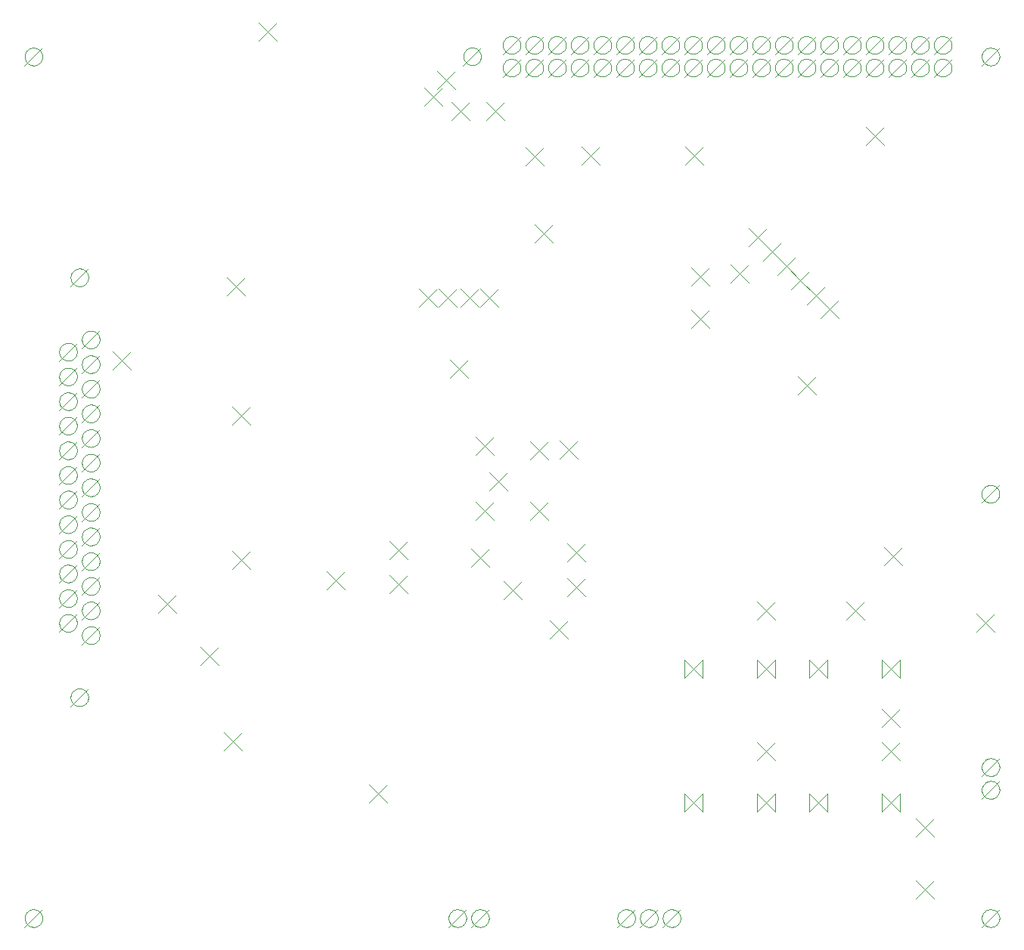
<source format=gbr>
G75*
G70*
%OFA0B0*%
%FSLAX24Y24*%
%IPPOS*%
%LPD*%
%AMOC8*
5,1,8,0,0,1.08239X$1,22.5*
%
%ADD10C,0.0010*%
D10*
X004775Y003548D02*
X004777Y003587D01*
X004783Y003625D01*
X004792Y003663D01*
X004806Y003699D01*
X004822Y003735D01*
X004843Y003768D01*
X004866Y003799D01*
X004893Y003827D01*
X004922Y003853D01*
X004953Y003876D01*
X004987Y003895D01*
X005023Y003911D01*
X005059Y003923D01*
X005097Y003932D01*
X005136Y003937D01*
X005175Y003938D01*
X005213Y003935D01*
X005252Y003928D01*
X005289Y003918D01*
X005325Y003903D01*
X005360Y003886D01*
X005393Y003865D01*
X005423Y003840D01*
X005451Y003813D01*
X005476Y003783D01*
X005498Y003751D01*
X005516Y003717D01*
X005531Y003681D01*
X005543Y003644D01*
X005551Y003606D01*
X005555Y003567D01*
X005555Y003529D01*
X005551Y003490D01*
X005543Y003452D01*
X005531Y003415D01*
X005516Y003379D01*
X005498Y003345D01*
X005476Y003313D01*
X005451Y003283D01*
X005423Y003256D01*
X005393Y003231D01*
X005360Y003210D01*
X005325Y003193D01*
X005289Y003178D01*
X005252Y003168D01*
X005213Y003161D01*
X005175Y003158D01*
X005136Y003159D01*
X005097Y003164D01*
X005059Y003173D01*
X005023Y003185D01*
X004987Y003201D01*
X004953Y003220D01*
X004922Y003243D01*
X004893Y003269D01*
X004866Y003297D01*
X004843Y003328D01*
X004822Y003361D01*
X004806Y003397D01*
X004792Y003433D01*
X004783Y003471D01*
X004777Y003509D01*
X004775Y003548D01*
X004765Y003148D02*
X005565Y003948D01*
X013546Y011748D02*
X014346Y010948D01*
X013546Y010948D02*
X014346Y011748D01*
X013326Y014698D02*
X012526Y015498D01*
X012526Y014698D02*
X013326Y015498D01*
X011466Y017008D02*
X010666Y017808D01*
X010666Y017008D02*
X011466Y017808D01*
X013916Y019758D02*
X014716Y018958D01*
X013916Y018958D02*
X014716Y019758D01*
X018076Y018848D02*
X018876Y018048D01*
X018076Y018048D02*
X018876Y018848D01*
X020866Y018678D02*
X021666Y017878D01*
X020866Y017878D02*
X021666Y018678D01*
X021666Y019368D02*
X020866Y020168D01*
X020866Y019368D02*
X021666Y020168D01*
X024436Y019848D02*
X025236Y019048D01*
X024436Y019048D02*
X025236Y019848D01*
X025436Y021118D02*
X024636Y021918D01*
X024636Y021118D02*
X025436Y021918D01*
X026036Y022408D02*
X025236Y023208D01*
X025236Y022408D02*
X026036Y023208D01*
X025436Y023968D02*
X024636Y024768D01*
X024636Y023968D02*
X025436Y024768D01*
X027046Y024588D02*
X027846Y023788D01*
X027046Y023788D02*
X027846Y024588D01*
X028366Y024608D02*
X029166Y023808D01*
X028366Y023808D02*
X029166Y024608D01*
X027036Y021918D02*
X027836Y021118D01*
X027036Y021118D02*
X027836Y021918D01*
X028686Y020068D02*
X029486Y019268D01*
X028686Y019268D02*
X029486Y020068D01*
X028696Y018558D02*
X029496Y017758D01*
X028696Y017758D02*
X029496Y018558D01*
X027906Y016678D02*
X028706Y015878D01*
X027906Y015878D02*
X028706Y016678D01*
X026686Y017608D02*
X025886Y018408D01*
X025886Y017608D02*
X026686Y018408D01*
X033846Y014148D02*
X034646Y014948D01*
X034646Y014148D01*
X033846Y014948D01*
X033846Y014148D01*
X037046Y014148D02*
X037846Y014948D01*
X037846Y014148D01*
X037046Y014948D01*
X037046Y014148D01*
X039346Y014148D02*
X040146Y014948D01*
X040146Y014148D01*
X039346Y014948D01*
X039346Y014148D01*
X037836Y016718D02*
X037036Y017518D01*
X037036Y016718D02*
X037836Y017518D01*
X040976Y017528D02*
X041776Y016728D01*
X040976Y016728D02*
X041776Y017528D01*
X043466Y019098D02*
X042666Y019898D01*
X042666Y019098D02*
X043466Y019898D01*
X046951Y022263D02*
X046953Y022302D01*
X046959Y022340D01*
X046968Y022378D01*
X046982Y022414D01*
X046998Y022450D01*
X047019Y022483D01*
X047042Y022514D01*
X047069Y022542D01*
X047098Y022568D01*
X047129Y022591D01*
X047163Y022610D01*
X047199Y022626D01*
X047235Y022638D01*
X047273Y022647D01*
X047312Y022652D01*
X047351Y022653D01*
X047389Y022650D01*
X047428Y022643D01*
X047465Y022633D01*
X047501Y022618D01*
X047536Y022601D01*
X047569Y022580D01*
X047599Y022555D01*
X047627Y022528D01*
X047652Y022498D01*
X047674Y022466D01*
X047692Y022432D01*
X047707Y022396D01*
X047719Y022359D01*
X047727Y022321D01*
X047731Y022282D01*
X047731Y022244D01*
X047727Y022205D01*
X047719Y022167D01*
X047707Y022130D01*
X047692Y022094D01*
X047674Y022060D01*
X047652Y022028D01*
X047627Y021998D01*
X047599Y021971D01*
X047569Y021946D01*
X047536Y021925D01*
X047501Y021908D01*
X047465Y021893D01*
X047428Y021883D01*
X047389Y021876D01*
X047351Y021873D01*
X047312Y021874D01*
X047273Y021879D01*
X047235Y021888D01*
X047199Y021900D01*
X047163Y021916D01*
X047129Y021935D01*
X047098Y021958D01*
X047069Y021984D01*
X047042Y022012D01*
X047019Y022043D01*
X046998Y022076D01*
X046982Y022112D01*
X046968Y022148D01*
X046959Y022186D01*
X046953Y022224D01*
X046951Y022263D01*
X046941Y021863D02*
X047741Y022663D01*
X046706Y016988D02*
X047506Y016188D01*
X046706Y016188D02*
X047506Y016988D01*
X043346Y014948D02*
X042546Y014148D01*
X043346Y014148D02*
X043346Y014948D01*
X043346Y014148D02*
X042546Y014948D01*
X042546Y014148D01*
X042556Y012768D02*
X043356Y011968D01*
X042556Y011968D02*
X043356Y012768D01*
X042556Y011328D02*
X043356Y010528D01*
X042556Y010528D02*
X043356Y011328D01*
X043346Y009048D02*
X042546Y008248D01*
X043346Y008248D02*
X043346Y009048D01*
X043346Y008248D02*
X042546Y009048D01*
X042546Y008248D01*
X044046Y007948D02*
X044846Y007148D01*
X044046Y007148D02*
X044846Y007948D01*
X046956Y009208D02*
X046958Y009247D01*
X046964Y009285D01*
X046973Y009323D01*
X046987Y009359D01*
X047003Y009395D01*
X047024Y009428D01*
X047047Y009459D01*
X047074Y009487D01*
X047103Y009513D01*
X047134Y009536D01*
X047168Y009555D01*
X047204Y009571D01*
X047240Y009583D01*
X047278Y009592D01*
X047317Y009597D01*
X047356Y009598D01*
X047394Y009595D01*
X047433Y009588D01*
X047470Y009578D01*
X047506Y009563D01*
X047541Y009546D01*
X047574Y009525D01*
X047604Y009500D01*
X047632Y009473D01*
X047657Y009443D01*
X047679Y009411D01*
X047697Y009377D01*
X047712Y009341D01*
X047724Y009304D01*
X047732Y009266D01*
X047736Y009227D01*
X047736Y009189D01*
X047732Y009150D01*
X047724Y009112D01*
X047712Y009075D01*
X047697Y009039D01*
X047679Y009005D01*
X047657Y008973D01*
X047632Y008943D01*
X047604Y008916D01*
X047574Y008891D01*
X047541Y008870D01*
X047506Y008853D01*
X047470Y008838D01*
X047433Y008828D01*
X047394Y008821D01*
X047356Y008818D01*
X047317Y008819D01*
X047278Y008824D01*
X047240Y008833D01*
X047204Y008845D01*
X047168Y008861D01*
X047134Y008880D01*
X047103Y008903D01*
X047074Y008929D01*
X047047Y008957D01*
X047024Y008988D01*
X047003Y009021D01*
X046987Y009057D01*
X046973Y009093D01*
X046964Y009131D01*
X046958Y009169D01*
X046956Y009208D01*
X046946Y008808D02*
X047746Y009608D01*
X046956Y010208D02*
X046958Y010247D01*
X046964Y010285D01*
X046973Y010323D01*
X046987Y010359D01*
X047003Y010395D01*
X047024Y010428D01*
X047047Y010459D01*
X047074Y010487D01*
X047103Y010513D01*
X047134Y010536D01*
X047168Y010555D01*
X047204Y010571D01*
X047240Y010583D01*
X047278Y010592D01*
X047317Y010597D01*
X047356Y010598D01*
X047394Y010595D01*
X047433Y010588D01*
X047470Y010578D01*
X047506Y010563D01*
X047541Y010546D01*
X047574Y010525D01*
X047604Y010500D01*
X047632Y010473D01*
X047657Y010443D01*
X047679Y010411D01*
X047697Y010377D01*
X047712Y010341D01*
X047724Y010304D01*
X047732Y010266D01*
X047736Y010227D01*
X047736Y010189D01*
X047732Y010150D01*
X047724Y010112D01*
X047712Y010075D01*
X047697Y010039D01*
X047679Y010005D01*
X047657Y009973D01*
X047632Y009943D01*
X047604Y009916D01*
X047574Y009891D01*
X047541Y009870D01*
X047506Y009853D01*
X047470Y009838D01*
X047433Y009828D01*
X047394Y009821D01*
X047356Y009818D01*
X047317Y009819D01*
X047278Y009824D01*
X047240Y009833D01*
X047204Y009845D01*
X047168Y009861D01*
X047134Y009880D01*
X047103Y009903D01*
X047074Y009929D01*
X047047Y009957D01*
X047024Y009988D01*
X047003Y010021D01*
X046987Y010057D01*
X046973Y010093D01*
X046964Y010131D01*
X046958Y010169D01*
X046956Y010208D01*
X046946Y009808D02*
X047746Y010608D01*
X044046Y005198D02*
X044846Y004398D01*
X044046Y004398D02*
X044846Y005198D01*
X046956Y003548D02*
X046958Y003587D01*
X046964Y003625D01*
X046973Y003663D01*
X046987Y003699D01*
X047003Y003735D01*
X047024Y003768D01*
X047047Y003799D01*
X047074Y003827D01*
X047103Y003853D01*
X047134Y003876D01*
X047168Y003895D01*
X047204Y003911D01*
X047240Y003923D01*
X047278Y003932D01*
X047317Y003937D01*
X047356Y003938D01*
X047394Y003935D01*
X047433Y003928D01*
X047470Y003918D01*
X047506Y003903D01*
X047541Y003886D01*
X047574Y003865D01*
X047604Y003840D01*
X047632Y003813D01*
X047657Y003783D01*
X047679Y003751D01*
X047697Y003717D01*
X047712Y003681D01*
X047724Y003644D01*
X047732Y003606D01*
X047736Y003567D01*
X047736Y003529D01*
X047732Y003490D01*
X047724Y003452D01*
X047712Y003415D01*
X047697Y003379D01*
X047679Y003345D01*
X047657Y003313D01*
X047632Y003283D01*
X047604Y003256D01*
X047574Y003231D01*
X047541Y003210D01*
X047506Y003193D01*
X047470Y003178D01*
X047433Y003168D01*
X047394Y003161D01*
X047356Y003158D01*
X047317Y003159D01*
X047278Y003164D01*
X047240Y003173D01*
X047204Y003185D01*
X047168Y003201D01*
X047134Y003220D01*
X047103Y003243D01*
X047074Y003269D01*
X047047Y003297D01*
X047024Y003328D01*
X047003Y003361D01*
X046987Y003397D01*
X046973Y003433D01*
X046964Y003471D01*
X046958Y003509D01*
X046956Y003548D01*
X046946Y003148D02*
X047746Y003948D01*
X040146Y009048D02*
X039346Y008248D01*
X040146Y008248D02*
X040146Y009048D01*
X040146Y008248D02*
X039346Y009048D01*
X039346Y008248D01*
X037846Y009048D02*
X037046Y008248D01*
X037846Y008248D02*
X037846Y009048D01*
X037846Y008248D02*
X037046Y009048D01*
X037046Y008248D01*
X034646Y009048D02*
X033846Y008248D01*
X034646Y008248D02*
X034646Y009048D01*
X034646Y008248D02*
X033846Y009048D01*
X033846Y008248D01*
X037066Y011328D02*
X037866Y010528D01*
X037066Y010528D02*
X037866Y011328D01*
X032896Y003548D02*
X032898Y003587D01*
X032904Y003625D01*
X032913Y003663D01*
X032927Y003699D01*
X032943Y003735D01*
X032964Y003768D01*
X032987Y003799D01*
X033014Y003827D01*
X033043Y003853D01*
X033074Y003876D01*
X033108Y003895D01*
X033144Y003911D01*
X033180Y003923D01*
X033218Y003932D01*
X033257Y003937D01*
X033296Y003938D01*
X033334Y003935D01*
X033373Y003928D01*
X033410Y003918D01*
X033446Y003903D01*
X033481Y003886D01*
X033514Y003865D01*
X033544Y003840D01*
X033572Y003813D01*
X033597Y003783D01*
X033619Y003751D01*
X033637Y003717D01*
X033652Y003681D01*
X033664Y003644D01*
X033672Y003606D01*
X033676Y003567D01*
X033676Y003529D01*
X033672Y003490D01*
X033664Y003452D01*
X033652Y003415D01*
X033637Y003379D01*
X033619Y003345D01*
X033597Y003313D01*
X033572Y003283D01*
X033544Y003256D01*
X033514Y003231D01*
X033481Y003210D01*
X033446Y003193D01*
X033410Y003178D01*
X033373Y003168D01*
X033334Y003161D01*
X033296Y003158D01*
X033257Y003159D01*
X033218Y003164D01*
X033180Y003173D01*
X033144Y003185D01*
X033108Y003201D01*
X033074Y003220D01*
X033043Y003243D01*
X033014Y003269D01*
X032987Y003297D01*
X032964Y003328D01*
X032943Y003361D01*
X032927Y003397D01*
X032913Y003433D01*
X032904Y003471D01*
X032898Y003509D01*
X032896Y003548D01*
X032886Y003148D02*
X033686Y003948D01*
X031896Y003548D02*
X031898Y003587D01*
X031904Y003625D01*
X031913Y003663D01*
X031927Y003699D01*
X031943Y003735D01*
X031964Y003768D01*
X031987Y003799D01*
X032014Y003827D01*
X032043Y003853D01*
X032074Y003876D01*
X032108Y003895D01*
X032144Y003911D01*
X032180Y003923D01*
X032218Y003932D01*
X032257Y003937D01*
X032296Y003938D01*
X032334Y003935D01*
X032373Y003928D01*
X032410Y003918D01*
X032446Y003903D01*
X032481Y003886D01*
X032514Y003865D01*
X032544Y003840D01*
X032572Y003813D01*
X032597Y003783D01*
X032619Y003751D01*
X032637Y003717D01*
X032652Y003681D01*
X032664Y003644D01*
X032672Y003606D01*
X032676Y003567D01*
X032676Y003529D01*
X032672Y003490D01*
X032664Y003452D01*
X032652Y003415D01*
X032637Y003379D01*
X032619Y003345D01*
X032597Y003313D01*
X032572Y003283D01*
X032544Y003256D01*
X032514Y003231D01*
X032481Y003210D01*
X032446Y003193D01*
X032410Y003178D01*
X032373Y003168D01*
X032334Y003161D01*
X032296Y003158D01*
X032257Y003159D01*
X032218Y003164D01*
X032180Y003173D01*
X032144Y003185D01*
X032108Y003201D01*
X032074Y003220D01*
X032043Y003243D01*
X032014Y003269D01*
X031987Y003297D01*
X031964Y003328D01*
X031943Y003361D01*
X031927Y003397D01*
X031913Y003433D01*
X031904Y003471D01*
X031898Y003509D01*
X031896Y003548D01*
X031886Y003148D02*
X032686Y003948D01*
X030896Y003548D02*
X030898Y003587D01*
X030904Y003625D01*
X030913Y003663D01*
X030927Y003699D01*
X030943Y003735D01*
X030964Y003768D01*
X030987Y003799D01*
X031014Y003827D01*
X031043Y003853D01*
X031074Y003876D01*
X031108Y003895D01*
X031144Y003911D01*
X031180Y003923D01*
X031218Y003932D01*
X031257Y003937D01*
X031296Y003938D01*
X031334Y003935D01*
X031373Y003928D01*
X031410Y003918D01*
X031446Y003903D01*
X031481Y003886D01*
X031514Y003865D01*
X031544Y003840D01*
X031572Y003813D01*
X031597Y003783D01*
X031619Y003751D01*
X031637Y003717D01*
X031652Y003681D01*
X031664Y003644D01*
X031672Y003606D01*
X031676Y003567D01*
X031676Y003529D01*
X031672Y003490D01*
X031664Y003452D01*
X031652Y003415D01*
X031637Y003379D01*
X031619Y003345D01*
X031597Y003313D01*
X031572Y003283D01*
X031544Y003256D01*
X031514Y003231D01*
X031481Y003210D01*
X031446Y003193D01*
X031410Y003178D01*
X031373Y003168D01*
X031334Y003161D01*
X031296Y003158D01*
X031257Y003159D01*
X031218Y003164D01*
X031180Y003173D01*
X031144Y003185D01*
X031108Y003201D01*
X031074Y003220D01*
X031043Y003243D01*
X031014Y003269D01*
X030987Y003297D01*
X030964Y003328D01*
X030943Y003361D01*
X030927Y003397D01*
X030913Y003433D01*
X030904Y003471D01*
X030898Y003509D01*
X030896Y003548D01*
X030886Y003148D02*
X031686Y003948D01*
X024456Y003548D02*
X024458Y003587D01*
X024464Y003625D01*
X024473Y003663D01*
X024487Y003699D01*
X024503Y003735D01*
X024524Y003768D01*
X024547Y003799D01*
X024574Y003827D01*
X024603Y003853D01*
X024634Y003876D01*
X024668Y003895D01*
X024704Y003911D01*
X024740Y003923D01*
X024778Y003932D01*
X024817Y003937D01*
X024856Y003938D01*
X024894Y003935D01*
X024933Y003928D01*
X024970Y003918D01*
X025006Y003903D01*
X025041Y003886D01*
X025074Y003865D01*
X025104Y003840D01*
X025132Y003813D01*
X025157Y003783D01*
X025179Y003751D01*
X025197Y003717D01*
X025212Y003681D01*
X025224Y003644D01*
X025232Y003606D01*
X025236Y003567D01*
X025236Y003529D01*
X025232Y003490D01*
X025224Y003452D01*
X025212Y003415D01*
X025197Y003379D01*
X025179Y003345D01*
X025157Y003313D01*
X025132Y003283D01*
X025104Y003256D01*
X025074Y003231D01*
X025041Y003210D01*
X025006Y003193D01*
X024970Y003178D01*
X024933Y003168D01*
X024894Y003161D01*
X024856Y003158D01*
X024817Y003159D01*
X024778Y003164D01*
X024740Y003173D01*
X024704Y003185D01*
X024668Y003201D01*
X024634Y003220D01*
X024603Y003243D01*
X024574Y003269D01*
X024547Y003297D01*
X024524Y003328D01*
X024503Y003361D01*
X024487Y003397D01*
X024473Y003433D01*
X024464Y003471D01*
X024458Y003509D01*
X024456Y003548D01*
X024446Y003148D02*
X025246Y003948D01*
X023456Y003548D02*
X023458Y003587D01*
X023464Y003625D01*
X023473Y003663D01*
X023487Y003699D01*
X023503Y003735D01*
X023524Y003768D01*
X023547Y003799D01*
X023574Y003827D01*
X023603Y003853D01*
X023634Y003876D01*
X023668Y003895D01*
X023704Y003911D01*
X023740Y003923D01*
X023778Y003932D01*
X023817Y003937D01*
X023856Y003938D01*
X023894Y003935D01*
X023933Y003928D01*
X023970Y003918D01*
X024006Y003903D01*
X024041Y003886D01*
X024074Y003865D01*
X024104Y003840D01*
X024132Y003813D01*
X024157Y003783D01*
X024179Y003751D01*
X024197Y003717D01*
X024212Y003681D01*
X024224Y003644D01*
X024232Y003606D01*
X024236Y003567D01*
X024236Y003529D01*
X024232Y003490D01*
X024224Y003452D01*
X024212Y003415D01*
X024197Y003379D01*
X024179Y003345D01*
X024157Y003313D01*
X024132Y003283D01*
X024104Y003256D01*
X024074Y003231D01*
X024041Y003210D01*
X024006Y003193D01*
X023970Y003178D01*
X023933Y003168D01*
X023894Y003161D01*
X023856Y003158D01*
X023817Y003159D01*
X023778Y003164D01*
X023740Y003173D01*
X023704Y003185D01*
X023668Y003201D01*
X023634Y003220D01*
X023603Y003243D01*
X023574Y003269D01*
X023547Y003297D01*
X023524Y003328D01*
X023503Y003361D01*
X023487Y003397D01*
X023473Y003433D01*
X023464Y003471D01*
X023458Y003509D01*
X023456Y003548D01*
X023446Y003148D02*
X024246Y003948D01*
X020746Y008648D02*
X019946Y009448D01*
X019946Y008648D02*
X020746Y009448D01*
X007296Y016028D02*
X007298Y016067D01*
X007304Y016105D01*
X007313Y016143D01*
X007327Y016179D01*
X007343Y016215D01*
X007364Y016248D01*
X007387Y016279D01*
X007414Y016307D01*
X007443Y016333D01*
X007474Y016356D01*
X007508Y016375D01*
X007544Y016391D01*
X007580Y016403D01*
X007618Y016412D01*
X007657Y016417D01*
X007696Y016418D01*
X007734Y016415D01*
X007773Y016408D01*
X007810Y016398D01*
X007846Y016383D01*
X007881Y016366D01*
X007914Y016345D01*
X007944Y016320D01*
X007972Y016293D01*
X007997Y016263D01*
X008019Y016231D01*
X008037Y016197D01*
X008052Y016161D01*
X008064Y016124D01*
X008072Y016086D01*
X008076Y016047D01*
X008076Y016009D01*
X008072Y015970D01*
X008064Y015932D01*
X008052Y015895D01*
X008037Y015859D01*
X008019Y015825D01*
X007997Y015793D01*
X007972Y015763D01*
X007944Y015736D01*
X007914Y015711D01*
X007881Y015690D01*
X007846Y015673D01*
X007810Y015658D01*
X007773Y015648D01*
X007734Y015641D01*
X007696Y015638D01*
X007657Y015639D01*
X007618Y015644D01*
X007580Y015653D01*
X007544Y015665D01*
X007508Y015681D01*
X007474Y015700D01*
X007443Y015723D01*
X007414Y015749D01*
X007387Y015777D01*
X007364Y015808D01*
X007343Y015841D01*
X007327Y015877D01*
X007313Y015913D01*
X007304Y015951D01*
X007298Y015989D01*
X007296Y016028D01*
X007286Y015628D02*
X008086Y016428D01*
X007296Y017118D02*
X007298Y017157D01*
X007304Y017195D01*
X007313Y017233D01*
X007327Y017269D01*
X007343Y017305D01*
X007364Y017338D01*
X007387Y017369D01*
X007414Y017397D01*
X007443Y017423D01*
X007474Y017446D01*
X007508Y017465D01*
X007544Y017481D01*
X007580Y017493D01*
X007618Y017502D01*
X007657Y017507D01*
X007696Y017508D01*
X007734Y017505D01*
X007773Y017498D01*
X007810Y017488D01*
X007846Y017473D01*
X007881Y017456D01*
X007914Y017435D01*
X007944Y017410D01*
X007972Y017383D01*
X007997Y017353D01*
X008019Y017321D01*
X008037Y017287D01*
X008052Y017251D01*
X008064Y017214D01*
X008072Y017176D01*
X008076Y017137D01*
X008076Y017099D01*
X008072Y017060D01*
X008064Y017022D01*
X008052Y016985D01*
X008037Y016949D01*
X008019Y016915D01*
X007997Y016883D01*
X007972Y016853D01*
X007944Y016826D01*
X007914Y016801D01*
X007881Y016780D01*
X007846Y016763D01*
X007810Y016748D01*
X007773Y016738D01*
X007734Y016731D01*
X007696Y016728D01*
X007657Y016729D01*
X007618Y016734D01*
X007580Y016743D01*
X007544Y016755D01*
X007508Y016771D01*
X007474Y016790D01*
X007443Y016813D01*
X007414Y016839D01*
X007387Y016867D01*
X007364Y016898D01*
X007343Y016931D01*
X007327Y016967D01*
X007313Y017003D01*
X007304Y017041D01*
X007298Y017079D01*
X007296Y017118D01*
X007286Y016718D02*
X008086Y017518D01*
X007296Y018198D02*
X007298Y018237D01*
X007304Y018275D01*
X007313Y018313D01*
X007327Y018349D01*
X007343Y018385D01*
X007364Y018418D01*
X007387Y018449D01*
X007414Y018477D01*
X007443Y018503D01*
X007474Y018526D01*
X007508Y018545D01*
X007544Y018561D01*
X007580Y018573D01*
X007618Y018582D01*
X007657Y018587D01*
X007696Y018588D01*
X007734Y018585D01*
X007773Y018578D01*
X007810Y018568D01*
X007846Y018553D01*
X007881Y018536D01*
X007914Y018515D01*
X007944Y018490D01*
X007972Y018463D01*
X007997Y018433D01*
X008019Y018401D01*
X008037Y018367D01*
X008052Y018331D01*
X008064Y018294D01*
X008072Y018256D01*
X008076Y018217D01*
X008076Y018179D01*
X008072Y018140D01*
X008064Y018102D01*
X008052Y018065D01*
X008037Y018029D01*
X008019Y017995D01*
X007997Y017963D01*
X007972Y017933D01*
X007944Y017906D01*
X007914Y017881D01*
X007881Y017860D01*
X007846Y017843D01*
X007810Y017828D01*
X007773Y017818D01*
X007734Y017811D01*
X007696Y017808D01*
X007657Y017809D01*
X007618Y017814D01*
X007580Y017823D01*
X007544Y017835D01*
X007508Y017851D01*
X007474Y017870D01*
X007443Y017893D01*
X007414Y017919D01*
X007387Y017947D01*
X007364Y017978D01*
X007343Y018011D01*
X007327Y018047D01*
X007313Y018083D01*
X007304Y018121D01*
X007298Y018159D01*
X007296Y018198D01*
X007286Y017798D02*
X008086Y018598D01*
X007296Y019288D02*
X007298Y019327D01*
X007304Y019365D01*
X007313Y019403D01*
X007327Y019439D01*
X007343Y019475D01*
X007364Y019508D01*
X007387Y019539D01*
X007414Y019567D01*
X007443Y019593D01*
X007474Y019616D01*
X007508Y019635D01*
X007544Y019651D01*
X007580Y019663D01*
X007618Y019672D01*
X007657Y019677D01*
X007696Y019678D01*
X007734Y019675D01*
X007773Y019668D01*
X007810Y019658D01*
X007846Y019643D01*
X007881Y019626D01*
X007914Y019605D01*
X007944Y019580D01*
X007972Y019553D01*
X007997Y019523D01*
X008019Y019491D01*
X008037Y019457D01*
X008052Y019421D01*
X008064Y019384D01*
X008072Y019346D01*
X008076Y019307D01*
X008076Y019269D01*
X008072Y019230D01*
X008064Y019192D01*
X008052Y019155D01*
X008037Y019119D01*
X008019Y019085D01*
X007997Y019053D01*
X007972Y019023D01*
X007944Y018996D01*
X007914Y018971D01*
X007881Y018950D01*
X007846Y018933D01*
X007810Y018918D01*
X007773Y018908D01*
X007734Y018901D01*
X007696Y018898D01*
X007657Y018899D01*
X007618Y018904D01*
X007580Y018913D01*
X007544Y018925D01*
X007508Y018941D01*
X007474Y018960D01*
X007443Y018983D01*
X007414Y019009D01*
X007387Y019037D01*
X007364Y019068D01*
X007343Y019101D01*
X007327Y019137D01*
X007313Y019173D01*
X007304Y019211D01*
X007298Y019249D01*
X007296Y019288D01*
X007286Y018888D02*
X008086Y019688D01*
X007296Y020378D02*
X007298Y020417D01*
X007304Y020455D01*
X007313Y020493D01*
X007327Y020529D01*
X007343Y020565D01*
X007364Y020598D01*
X007387Y020629D01*
X007414Y020657D01*
X007443Y020683D01*
X007474Y020706D01*
X007508Y020725D01*
X007544Y020741D01*
X007580Y020753D01*
X007618Y020762D01*
X007657Y020767D01*
X007696Y020768D01*
X007734Y020765D01*
X007773Y020758D01*
X007810Y020748D01*
X007846Y020733D01*
X007881Y020716D01*
X007914Y020695D01*
X007944Y020670D01*
X007972Y020643D01*
X007997Y020613D01*
X008019Y020581D01*
X008037Y020547D01*
X008052Y020511D01*
X008064Y020474D01*
X008072Y020436D01*
X008076Y020397D01*
X008076Y020359D01*
X008072Y020320D01*
X008064Y020282D01*
X008052Y020245D01*
X008037Y020209D01*
X008019Y020175D01*
X007997Y020143D01*
X007972Y020113D01*
X007944Y020086D01*
X007914Y020061D01*
X007881Y020040D01*
X007846Y020023D01*
X007810Y020008D01*
X007773Y019998D01*
X007734Y019991D01*
X007696Y019988D01*
X007657Y019989D01*
X007618Y019994D01*
X007580Y020003D01*
X007544Y020015D01*
X007508Y020031D01*
X007474Y020050D01*
X007443Y020073D01*
X007414Y020099D01*
X007387Y020127D01*
X007364Y020158D01*
X007343Y020191D01*
X007327Y020227D01*
X007313Y020263D01*
X007304Y020301D01*
X007298Y020339D01*
X007296Y020378D01*
X007286Y019978D02*
X008086Y020778D01*
X007296Y021458D02*
X007298Y021497D01*
X007304Y021535D01*
X007313Y021573D01*
X007327Y021609D01*
X007343Y021645D01*
X007364Y021678D01*
X007387Y021709D01*
X007414Y021737D01*
X007443Y021763D01*
X007474Y021786D01*
X007508Y021805D01*
X007544Y021821D01*
X007580Y021833D01*
X007618Y021842D01*
X007657Y021847D01*
X007696Y021848D01*
X007734Y021845D01*
X007773Y021838D01*
X007810Y021828D01*
X007846Y021813D01*
X007881Y021796D01*
X007914Y021775D01*
X007944Y021750D01*
X007972Y021723D01*
X007997Y021693D01*
X008019Y021661D01*
X008037Y021627D01*
X008052Y021591D01*
X008064Y021554D01*
X008072Y021516D01*
X008076Y021477D01*
X008076Y021439D01*
X008072Y021400D01*
X008064Y021362D01*
X008052Y021325D01*
X008037Y021289D01*
X008019Y021255D01*
X007997Y021223D01*
X007972Y021193D01*
X007944Y021166D01*
X007914Y021141D01*
X007881Y021120D01*
X007846Y021103D01*
X007810Y021088D01*
X007773Y021078D01*
X007734Y021071D01*
X007696Y021068D01*
X007657Y021069D01*
X007618Y021074D01*
X007580Y021083D01*
X007544Y021095D01*
X007508Y021111D01*
X007474Y021130D01*
X007443Y021153D01*
X007414Y021179D01*
X007387Y021207D01*
X007364Y021238D01*
X007343Y021271D01*
X007327Y021307D01*
X007313Y021343D01*
X007304Y021381D01*
X007298Y021419D01*
X007296Y021458D01*
X007286Y021058D02*
X008086Y021858D01*
X007296Y022548D02*
X007298Y022587D01*
X007304Y022625D01*
X007313Y022663D01*
X007327Y022699D01*
X007343Y022735D01*
X007364Y022768D01*
X007387Y022799D01*
X007414Y022827D01*
X007443Y022853D01*
X007474Y022876D01*
X007508Y022895D01*
X007544Y022911D01*
X007580Y022923D01*
X007618Y022932D01*
X007657Y022937D01*
X007696Y022938D01*
X007734Y022935D01*
X007773Y022928D01*
X007810Y022918D01*
X007846Y022903D01*
X007881Y022886D01*
X007914Y022865D01*
X007944Y022840D01*
X007972Y022813D01*
X007997Y022783D01*
X008019Y022751D01*
X008037Y022717D01*
X008052Y022681D01*
X008064Y022644D01*
X008072Y022606D01*
X008076Y022567D01*
X008076Y022529D01*
X008072Y022490D01*
X008064Y022452D01*
X008052Y022415D01*
X008037Y022379D01*
X008019Y022345D01*
X007997Y022313D01*
X007972Y022283D01*
X007944Y022256D01*
X007914Y022231D01*
X007881Y022210D01*
X007846Y022193D01*
X007810Y022178D01*
X007773Y022168D01*
X007734Y022161D01*
X007696Y022158D01*
X007657Y022159D01*
X007618Y022164D01*
X007580Y022173D01*
X007544Y022185D01*
X007508Y022201D01*
X007474Y022220D01*
X007443Y022243D01*
X007414Y022269D01*
X007387Y022297D01*
X007364Y022328D01*
X007343Y022361D01*
X007327Y022397D01*
X007313Y022433D01*
X007304Y022471D01*
X007298Y022509D01*
X007296Y022548D01*
X007286Y022148D02*
X008086Y022948D01*
X007296Y023638D02*
X007298Y023677D01*
X007304Y023715D01*
X007313Y023753D01*
X007327Y023789D01*
X007343Y023825D01*
X007364Y023858D01*
X007387Y023889D01*
X007414Y023917D01*
X007443Y023943D01*
X007474Y023966D01*
X007508Y023985D01*
X007544Y024001D01*
X007580Y024013D01*
X007618Y024022D01*
X007657Y024027D01*
X007696Y024028D01*
X007734Y024025D01*
X007773Y024018D01*
X007810Y024008D01*
X007846Y023993D01*
X007881Y023976D01*
X007914Y023955D01*
X007944Y023930D01*
X007972Y023903D01*
X007997Y023873D01*
X008019Y023841D01*
X008037Y023807D01*
X008052Y023771D01*
X008064Y023734D01*
X008072Y023696D01*
X008076Y023657D01*
X008076Y023619D01*
X008072Y023580D01*
X008064Y023542D01*
X008052Y023505D01*
X008037Y023469D01*
X008019Y023435D01*
X007997Y023403D01*
X007972Y023373D01*
X007944Y023346D01*
X007914Y023321D01*
X007881Y023300D01*
X007846Y023283D01*
X007810Y023268D01*
X007773Y023258D01*
X007734Y023251D01*
X007696Y023248D01*
X007657Y023249D01*
X007618Y023254D01*
X007580Y023263D01*
X007544Y023275D01*
X007508Y023291D01*
X007474Y023310D01*
X007443Y023333D01*
X007414Y023359D01*
X007387Y023387D01*
X007364Y023418D01*
X007343Y023451D01*
X007327Y023487D01*
X007313Y023523D01*
X007304Y023561D01*
X007298Y023599D01*
X007296Y023638D01*
X007286Y023238D02*
X008086Y024038D01*
X007296Y024718D02*
X007298Y024757D01*
X007304Y024795D01*
X007313Y024833D01*
X007327Y024869D01*
X007343Y024905D01*
X007364Y024938D01*
X007387Y024969D01*
X007414Y024997D01*
X007443Y025023D01*
X007474Y025046D01*
X007508Y025065D01*
X007544Y025081D01*
X007580Y025093D01*
X007618Y025102D01*
X007657Y025107D01*
X007696Y025108D01*
X007734Y025105D01*
X007773Y025098D01*
X007810Y025088D01*
X007846Y025073D01*
X007881Y025056D01*
X007914Y025035D01*
X007944Y025010D01*
X007972Y024983D01*
X007997Y024953D01*
X008019Y024921D01*
X008037Y024887D01*
X008052Y024851D01*
X008064Y024814D01*
X008072Y024776D01*
X008076Y024737D01*
X008076Y024699D01*
X008072Y024660D01*
X008064Y024622D01*
X008052Y024585D01*
X008037Y024549D01*
X008019Y024515D01*
X007997Y024483D01*
X007972Y024453D01*
X007944Y024426D01*
X007914Y024401D01*
X007881Y024380D01*
X007846Y024363D01*
X007810Y024348D01*
X007773Y024338D01*
X007734Y024331D01*
X007696Y024328D01*
X007657Y024329D01*
X007618Y024334D01*
X007580Y024343D01*
X007544Y024355D01*
X007508Y024371D01*
X007474Y024390D01*
X007443Y024413D01*
X007414Y024439D01*
X007387Y024467D01*
X007364Y024498D01*
X007343Y024531D01*
X007327Y024567D01*
X007313Y024603D01*
X007304Y024641D01*
X007298Y024679D01*
X007296Y024718D01*
X007286Y024318D02*
X008086Y025118D01*
X007296Y025808D02*
X007298Y025847D01*
X007304Y025885D01*
X007313Y025923D01*
X007327Y025959D01*
X007343Y025995D01*
X007364Y026028D01*
X007387Y026059D01*
X007414Y026087D01*
X007443Y026113D01*
X007474Y026136D01*
X007508Y026155D01*
X007544Y026171D01*
X007580Y026183D01*
X007618Y026192D01*
X007657Y026197D01*
X007696Y026198D01*
X007734Y026195D01*
X007773Y026188D01*
X007810Y026178D01*
X007846Y026163D01*
X007881Y026146D01*
X007914Y026125D01*
X007944Y026100D01*
X007972Y026073D01*
X007997Y026043D01*
X008019Y026011D01*
X008037Y025977D01*
X008052Y025941D01*
X008064Y025904D01*
X008072Y025866D01*
X008076Y025827D01*
X008076Y025789D01*
X008072Y025750D01*
X008064Y025712D01*
X008052Y025675D01*
X008037Y025639D01*
X008019Y025605D01*
X007997Y025573D01*
X007972Y025543D01*
X007944Y025516D01*
X007914Y025491D01*
X007881Y025470D01*
X007846Y025453D01*
X007810Y025438D01*
X007773Y025428D01*
X007734Y025421D01*
X007696Y025418D01*
X007657Y025419D01*
X007618Y025424D01*
X007580Y025433D01*
X007544Y025445D01*
X007508Y025461D01*
X007474Y025480D01*
X007443Y025503D01*
X007414Y025529D01*
X007387Y025557D01*
X007364Y025588D01*
X007343Y025621D01*
X007327Y025657D01*
X007313Y025693D01*
X007304Y025731D01*
X007298Y025769D01*
X007296Y025808D01*
X007286Y025408D02*
X008086Y026208D01*
X007296Y026898D02*
X007298Y026937D01*
X007304Y026975D01*
X007313Y027013D01*
X007327Y027049D01*
X007343Y027085D01*
X007364Y027118D01*
X007387Y027149D01*
X007414Y027177D01*
X007443Y027203D01*
X007474Y027226D01*
X007508Y027245D01*
X007544Y027261D01*
X007580Y027273D01*
X007618Y027282D01*
X007657Y027287D01*
X007696Y027288D01*
X007734Y027285D01*
X007773Y027278D01*
X007810Y027268D01*
X007846Y027253D01*
X007881Y027236D01*
X007914Y027215D01*
X007944Y027190D01*
X007972Y027163D01*
X007997Y027133D01*
X008019Y027101D01*
X008037Y027067D01*
X008052Y027031D01*
X008064Y026994D01*
X008072Y026956D01*
X008076Y026917D01*
X008076Y026879D01*
X008072Y026840D01*
X008064Y026802D01*
X008052Y026765D01*
X008037Y026729D01*
X008019Y026695D01*
X007997Y026663D01*
X007972Y026633D01*
X007944Y026606D01*
X007914Y026581D01*
X007881Y026560D01*
X007846Y026543D01*
X007810Y026528D01*
X007773Y026518D01*
X007734Y026511D01*
X007696Y026508D01*
X007657Y026509D01*
X007618Y026514D01*
X007580Y026523D01*
X007544Y026535D01*
X007508Y026551D01*
X007474Y026570D01*
X007443Y026593D01*
X007414Y026619D01*
X007387Y026647D01*
X007364Y026678D01*
X007343Y026711D01*
X007327Y026747D01*
X007313Y026783D01*
X007304Y026821D01*
X007298Y026859D01*
X007296Y026898D01*
X007286Y026498D02*
X008086Y027298D01*
X007296Y027978D02*
X007298Y028017D01*
X007304Y028055D01*
X007313Y028093D01*
X007327Y028129D01*
X007343Y028165D01*
X007364Y028198D01*
X007387Y028229D01*
X007414Y028257D01*
X007443Y028283D01*
X007474Y028306D01*
X007508Y028325D01*
X007544Y028341D01*
X007580Y028353D01*
X007618Y028362D01*
X007657Y028367D01*
X007696Y028368D01*
X007734Y028365D01*
X007773Y028358D01*
X007810Y028348D01*
X007846Y028333D01*
X007881Y028316D01*
X007914Y028295D01*
X007944Y028270D01*
X007972Y028243D01*
X007997Y028213D01*
X008019Y028181D01*
X008037Y028147D01*
X008052Y028111D01*
X008064Y028074D01*
X008072Y028036D01*
X008076Y027997D01*
X008076Y027959D01*
X008072Y027920D01*
X008064Y027882D01*
X008052Y027845D01*
X008037Y027809D01*
X008019Y027775D01*
X007997Y027743D01*
X007972Y027713D01*
X007944Y027686D01*
X007914Y027661D01*
X007881Y027640D01*
X007846Y027623D01*
X007810Y027608D01*
X007773Y027598D01*
X007734Y027591D01*
X007696Y027588D01*
X007657Y027589D01*
X007618Y027594D01*
X007580Y027603D01*
X007544Y027615D01*
X007508Y027631D01*
X007474Y027650D01*
X007443Y027673D01*
X007414Y027699D01*
X007387Y027727D01*
X007364Y027758D01*
X007343Y027791D01*
X007327Y027827D01*
X007313Y027863D01*
X007304Y027901D01*
X007298Y027939D01*
X007296Y027978D01*
X007286Y027578D02*
X008086Y028378D01*
X007296Y029068D02*
X007298Y029107D01*
X007304Y029145D01*
X007313Y029183D01*
X007327Y029219D01*
X007343Y029255D01*
X007364Y029288D01*
X007387Y029319D01*
X007414Y029347D01*
X007443Y029373D01*
X007474Y029396D01*
X007508Y029415D01*
X007544Y029431D01*
X007580Y029443D01*
X007618Y029452D01*
X007657Y029457D01*
X007696Y029458D01*
X007734Y029455D01*
X007773Y029448D01*
X007810Y029438D01*
X007846Y029423D01*
X007881Y029406D01*
X007914Y029385D01*
X007944Y029360D01*
X007972Y029333D01*
X007997Y029303D01*
X008019Y029271D01*
X008037Y029237D01*
X008052Y029201D01*
X008064Y029164D01*
X008072Y029126D01*
X008076Y029087D01*
X008076Y029049D01*
X008072Y029010D01*
X008064Y028972D01*
X008052Y028935D01*
X008037Y028899D01*
X008019Y028865D01*
X007997Y028833D01*
X007972Y028803D01*
X007944Y028776D01*
X007914Y028751D01*
X007881Y028730D01*
X007846Y028713D01*
X007810Y028698D01*
X007773Y028688D01*
X007734Y028681D01*
X007696Y028678D01*
X007657Y028679D01*
X007618Y028684D01*
X007580Y028693D01*
X007544Y028705D01*
X007508Y028721D01*
X007474Y028740D01*
X007443Y028763D01*
X007414Y028789D01*
X007387Y028817D01*
X007364Y028848D01*
X007343Y028881D01*
X007327Y028917D01*
X007313Y028953D01*
X007304Y028991D01*
X007298Y029029D01*
X007296Y029068D01*
X007286Y028668D02*
X008086Y029468D01*
X006296Y028528D02*
X006298Y028567D01*
X006304Y028605D01*
X006313Y028643D01*
X006327Y028679D01*
X006343Y028715D01*
X006364Y028748D01*
X006387Y028779D01*
X006414Y028807D01*
X006443Y028833D01*
X006474Y028856D01*
X006508Y028875D01*
X006544Y028891D01*
X006580Y028903D01*
X006618Y028912D01*
X006657Y028917D01*
X006696Y028918D01*
X006734Y028915D01*
X006773Y028908D01*
X006810Y028898D01*
X006846Y028883D01*
X006881Y028866D01*
X006914Y028845D01*
X006944Y028820D01*
X006972Y028793D01*
X006997Y028763D01*
X007019Y028731D01*
X007037Y028697D01*
X007052Y028661D01*
X007064Y028624D01*
X007072Y028586D01*
X007076Y028547D01*
X007076Y028509D01*
X007072Y028470D01*
X007064Y028432D01*
X007052Y028395D01*
X007037Y028359D01*
X007019Y028325D01*
X006997Y028293D01*
X006972Y028263D01*
X006944Y028236D01*
X006914Y028211D01*
X006881Y028190D01*
X006846Y028173D01*
X006810Y028158D01*
X006773Y028148D01*
X006734Y028141D01*
X006696Y028138D01*
X006657Y028139D01*
X006618Y028144D01*
X006580Y028153D01*
X006544Y028165D01*
X006508Y028181D01*
X006474Y028200D01*
X006443Y028223D01*
X006414Y028249D01*
X006387Y028277D01*
X006364Y028308D01*
X006343Y028341D01*
X006327Y028377D01*
X006313Y028413D01*
X006304Y028451D01*
X006298Y028489D01*
X006296Y028528D01*
X006286Y028128D02*
X007086Y028928D01*
X006296Y027438D02*
X006298Y027477D01*
X006304Y027515D01*
X006313Y027553D01*
X006327Y027589D01*
X006343Y027625D01*
X006364Y027658D01*
X006387Y027689D01*
X006414Y027717D01*
X006443Y027743D01*
X006474Y027766D01*
X006508Y027785D01*
X006544Y027801D01*
X006580Y027813D01*
X006618Y027822D01*
X006657Y027827D01*
X006696Y027828D01*
X006734Y027825D01*
X006773Y027818D01*
X006810Y027808D01*
X006846Y027793D01*
X006881Y027776D01*
X006914Y027755D01*
X006944Y027730D01*
X006972Y027703D01*
X006997Y027673D01*
X007019Y027641D01*
X007037Y027607D01*
X007052Y027571D01*
X007064Y027534D01*
X007072Y027496D01*
X007076Y027457D01*
X007076Y027419D01*
X007072Y027380D01*
X007064Y027342D01*
X007052Y027305D01*
X007037Y027269D01*
X007019Y027235D01*
X006997Y027203D01*
X006972Y027173D01*
X006944Y027146D01*
X006914Y027121D01*
X006881Y027100D01*
X006846Y027083D01*
X006810Y027068D01*
X006773Y027058D01*
X006734Y027051D01*
X006696Y027048D01*
X006657Y027049D01*
X006618Y027054D01*
X006580Y027063D01*
X006544Y027075D01*
X006508Y027091D01*
X006474Y027110D01*
X006443Y027133D01*
X006414Y027159D01*
X006387Y027187D01*
X006364Y027218D01*
X006343Y027251D01*
X006327Y027287D01*
X006313Y027323D01*
X006304Y027361D01*
X006298Y027399D01*
X006296Y027438D01*
X006286Y027038D02*
X007086Y027838D01*
X006296Y026348D02*
X006298Y026387D01*
X006304Y026425D01*
X006313Y026463D01*
X006327Y026499D01*
X006343Y026535D01*
X006364Y026568D01*
X006387Y026599D01*
X006414Y026627D01*
X006443Y026653D01*
X006474Y026676D01*
X006508Y026695D01*
X006544Y026711D01*
X006580Y026723D01*
X006618Y026732D01*
X006657Y026737D01*
X006696Y026738D01*
X006734Y026735D01*
X006773Y026728D01*
X006810Y026718D01*
X006846Y026703D01*
X006881Y026686D01*
X006914Y026665D01*
X006944Y026640D01*
X006972Y026613D01*
X006997Y026583D01*
X007019Y026551D01*
X007037Y026517D01*
X007052Y026481D01*
X007064Y026444D01*
X007072Y026406D01*
X007076Y026367D01*
X007076Y026329D01*
X007072Y026290D01*
X007064Y026252D01*
X007052Y026215D01*
X007037Y026179D01*
X007019Y026145D01*
X006997Y026113D01*
X006972Y026083D01*
X006944Y026056D01*
X006914Y026031D01*
X006881Y026010D01*
X006846Y025993D01*
X006810Y025978D01*
X006773Y025968D01*
X006734Y025961D01*
X006696Y025958D01*
X006657Y025959D01*
X006618Y025964D01*
X006580Y025973D01*
X006544Y025985D01*
X006508Y026001D01*
X006474Y026020D01*
X006443Y026043D01*
X006414Y026069D01*
X006387Y026097D01*
X006364Y026128D01*
X006343Y026161D01*
X006327Y026197D01*
X006313Y026233D01*
X006304Y026271D01*
X006298Y026309D01*
X006296Y026348D01*
X006286Y025948D02*
X007086Y026748D01*
X006296Y025268D02*
X006298Y025307D01*
X006304Y025345D01*
X006313Y025383D01*
X006327Y025419D01*
X006343Y025455D01*
X006364Y025488D01*
X006387Y025519D01*
X006414Y025547D01*
X006443Y025573D01*
X006474Y025596D01*
X006508Y025615D01*
X006544Y025631D01*
X006580Y025643D01*
X006618Y025652D01*
X006657Y025657D01*
X006696Y025658D01*
X006734Y025655D01*
X006773Y025648D01*
X006810Y025638D01*
X006846Y025623D01*
X006881Y025606D01*
X006914Y025585D01*
X006944Y025560D01*
X006972Y025533D01*
X006997Y025503D01*
X007019Y025471D01*
X007037Y025437D01*
X007052Y025401D01*
X007064Y025364D01*
X007072Y025326D01*
X007076Y025287D01*
X007076Y025249D01*
X007072Y025210D01*
X007064Y025172D01*
X007052Y025135D01*
X007037Y025099D01*
X007019Y025065D01*
X006997Y025033D01*
X006972Y025003D01*
X006944Y024976D01*
X006914Y024951D01*
X006881Y024930D01*
X006846Y024913D01*
X006810Y024898D01*
X006773Y024888D01*
X006734Y024881D01*
X006696Y024878D01*
X006657Y024879D01*
X006618Y024884D01*
X006580Y024893D01*
X006544Y024905D01*
X006508Y024921D01*
X006474Y024940D01*
X006443Y024963D01*
X006414Y024989D01*
X006387Y025017D01*
X006364Y025048D01*
X006343Y025081D01*
X006327Y025117D01*
X006313Y025153D01*
X006304Y025191D01*
X006298Y025229D01*
X006296Y025268D01*
X006286Y024868D02*
X007086Y025668D01*
X006296Y024178D02*
X006298Y024217D01*
X006304Y024255D01*
X006313Y024293D01*
X006327Y024329D01*
X006343Y024365D01*
X006364Y024398D01*
X006387Y024429D01*
X006414Y024457D01*
X006443Y024483D01*
X006474Y024506D01*
X006508Y024525D01*
X006544Y024541D01*
X006580Y024553D01*
X006618Y024562D01*
X006657Y024567D01*
X006696Y024568D01*
X006734Y024565D01*
X006773Y024558D01*
X006810Y024548D01*
X006846Y024533D01*
X006881Y024516D01*
X006914Y024495D01*
X006944Y024470D01*
X006972Y024443D01*
X006997Y024413D01*
X007019Y024381D01*
X007037Y024347D01*
X007052Y024311D01*
X007064Y024274D01*
X007072Y024236D01*
X007076Y024197D01*
X007076Y024159D01*
X007072Y024120D01*
X007064Y024082D01*
X007052Y024045D01*
X007037Y024009D01*
X007019Y023975D01*
X006997Y023943D01*
X006972Y023913D01*
X006944Y023886D01*
X006914Y023861D01*
X006881Y023840D01*
X006846Y023823D01*
X006810Y023808D01*
X006773Y023798D01*
X006734Y023791D01*
X006696Y023788D01*
X006657Y023789D01*
X006618Y023794D01*
X006580Y023803D01*
X006544Y023815D01*
X006508Y023831D01*
X006474Y023850D01*
X006443Y023873D01*
X006414Y023899D01*
X006387Y023927D01*
X006364Y023958D01*
X006343Y023991D01*
X006327Y024027D01*
X006313Y024063D01*
X006304Y024101D01*
X006298Y024139D01*
X006296Y024178D01*
X006286Y023778D02*
X007086Y024578D01*
X006296Y023088D02*
X006298Y023127D01*
X006304Y023165D01*
X006313Y023203D01*
X006327Y023239D01*
X006343Y023275D01*
X006364Y023308D01*
X006387Y023339D01*
X006414Y023367D01*
X006443Y023393D01*
X006474Y023416D01*
X006508Y023435D01*
X006544Y023451D01*
X006580Y023463D01*
X006618Y023472D01*
X006657Y023477D01*
X006696Y023478D01*
X006734Y023475D01*
X006773Y023468D01*
X006810Y023458D01*
X006846Y023443D01*
X006881Y023426D01*
X006914Y023405D01*
X006944Y023380D01*
X006972Y023353D01*
X006997Y023323D01*
X007019Y023291D01*
X007037Y023257D01*
X007052Y023221D01*
X007064Y023184D01*
X007072Y023146D01*
X007076Y023107D01*
X007076Y023069D01*
X007072Y023030D01*
X007064Y022992D01*
X007052Y022955D01*
X007037Y022919D01*
X007019Y022885D01*
X006997Y022853D01*
X006972Y022823D01*
X006944Y022796D01*
X006914Y022771D01*
X006881Y022750D01*
X006846Y022733D01*
X006810Y022718D01*
X006773Y022708D01*
X006734Y022701D01*
X006696Y022698D01*
X006657Y022699D01*
X006618Y022704D01*
X006580Y022713D01*
X006544Y022725D01*
X006508Y022741D01*
X006474Y022760D01*
X006443Y022783D01*
X006414Y022809D01*
X006387Y022837D01*
X006364Y022868D01*
X006343Y022901D01*
X006327Y022937D01*
X006313Y022973D01*
X006304Y023011D01*
X006298Y023049D01*
X006296Y023088D01*
X006286Y022688D02*
X007086Y023488D01*
X006296Y022008D02*
X006298Y022047D01*
X006304Y022085D01*
X006313Y022123D01*
X006327Y022159D01*
X006343Y022195D01*
X006364Y022228D01*
X006387Y022259D01*
X006414Y022287D01*
X006443Y022313D01*
X006474Y022336D01*
X006508Y022355D01*
X006544Y022371D01*
X006580Y022383D01*
X006618Y022392D01*
X006657Y022397D01*
X006696Y022398D01*
X006734Y022395D01*
X006773Y022388D01*
X006810Y022378D01*
X006846Y022363D01*
X006881Y022346D01*
X006914Y022325D01*
X006944Y022300D01*
X006972Y022273D01*
X006997Y022243D01*
X007019Y022211D01*
X007037Y022177D01*
X007052Y022141D01*
X007064Y022104D01*
X007072Y022066D01*
X007076Y022027D01*
X007076Y021989D01*
X007072Y021950D01*
X007064Y021912D01*
X007052Y021875D01*
X007037Y021839D01*
X007019Y021805D01*
X006997Y021773D01*
X006972Y021743D01*
X006944Y021716D01*
X006914Y021691D01*
X006881Y021670D01*
X006846Y021653D01*
X006810Y021638D01*
X006773Y021628D01*
X006734Y021621D01*
X006696Y021618D01*
X006657Y021619D01*
X006618Y021624D01*
X006580Y021633D01*
X006544Y021645D01*
X006508Y021661D01*
X006474Y021680D01*
X006443Y021703D01*
X006414Y021729D01*
X006387Y021757D01*
X006364Y021788D01*
X006343Y021821D01*
X006327Y021857D01*
X006313Y021893D01*
X006304Y021931D01*
X006298Y021969D01*
X006296Y022008D01*
X006286Y021608D02*
X007086Y022408D01*
X006296Y020918D02*
X006298Y020957D01*
X006304Y020995D01*
X006313Y021033D01*
X006327Y021069D01*
X006343Y021105D01*
X006364Y021138D01*
X006387Y021169D01*
X006414Y021197D01*
X006443Y021223D01*
X006474Y021246D01*
X006508Y021265D01*
X006544Y021281D01*
X006580Y021293D01*
X006618Y021302D01*
X006657Y021307D01*
X006696Y021308D01*
X006734Y021305D01*
X006773Y021298D01*
X006810Y021288D01*
X006846Y021273D01*
X006881Y021256D01*
X006914Y021235D01*
X006944Y021210D01*
X006972Y021183D01*
X006997Y021153D01*
X007019Y021121D01*
X007037Y021087D01*
X007052Y021051D01*
X007064Y021014D01*
X007072Y020976D01*
X007076Y020937D01*
X007076Y020899D01*
X007072Y020860D01*
X007064Y020822D01*
X007052Y020785D01*
X007037Y020749D01*
X007019Y020715D01*
X006997Y020683D01*
X006972Y020653D01*
X006944Y020626D01*
X006914Y020601D01*
X006881Y020580D01*
X006846Y020563D01*
X006810Y020548D01*
X006773Y020538D01*
X006734Y020531D01*
X006696Y020528D01*
X006657Y020529D01*
X006618Y020534D01*
X006580Y020543D01*
X006544Y020555D01*
X006508Y020571D01*
X006474Y020590D01*
X006443Y020613D01*
X006414Y020639D01*
X006387Y020667D01*
X006364Y020698D01*
X006343Y020731D01*
X006327Y020767D01*
X006313Y020803D01*
X006304Y020841D01*
X006298Y020879D01*
X006296Y020918D01*
X006286Y020518D02*
X007086Y021318D01*
X006296Y019828D02*
X006298Y019867D01*
X006304Y019905D01*
X006313Y019943D01*
X006327Y019979D01*
X006343Y020015D01*
X006364Y020048D01*
X006387Y020079D01*
X006414Y020107D01*
X006443Y020133D01*
X006474Y020156D01*
X006508Y020175D01*
X006544Y020191D01*
X006580Y020203D01*
X006618Y020212D01*
X006657Y020217D01*
X006696Y020218D01*
X006734Y020215D01*
X006773Y020208D01*
X006810Y020198D01*
X006846Y020183D01*
X006881Y020166D01*
X006914Y020145D01*
X006944Y020120D01*
X006972Y020093D01*
X006997Y020063D01*
X007019Y020031D01*
X007037Y019997D01*
X007052Y019961D01*
X007064Y019924D01*
X007072Y019886D01*
X007076Y019847D01*
X007076Y019809D01*
X007072Y019770D01*
X007064Y019732D01*
X007052Y019695D01*
X007037Y019659D01*
X007019Y019625D01*
X006997Y019593D01*
X006972Y019563D01*
X006944Y019536D01*
X006914Y019511D01*
X006881Y019490D01*
X006846Y019473D01*
X006810Y019458D01*
X006773Y019448D01*
X006734Y019441D01*
X006696Y019438D01*
X006657Y019439D01*
X006618Y019444D01*
X006580Y019453D01*
X006544Y019465D01*
X006508Y019481D01*
X006474Y019500D01*
X006443Y019523D01*
X006414Y019549D01*
X006387Y019577D01*
X006364Y019608D01*
X006343Y019641D01*
X006327Y019677D01*
X006313Y019713D01*
X006304Y019751D01*
X006298Y019789D01*
X006296Y019828D01*
X006286Y019428D02*
X007086Y020228D01*
X006296Y018748D02*
X006298Y018787D01*
X006304Y018825D01*
X006313Y018863D01*
X006327Y018899D01*
X006343Y018935D01*
X006364Y018968D01*
X006387Y018999D01*
X006414Y019027D01*
X006443Y019053D01*
X006474Y019076D01*
X006508Y019095D01*
X006544Y019111D01*
X006580Y019123D01*
X006618Y019132D01*
X006657Y019137D01*
X006696Y019138D01*
X006734Y019135D01*
X006773Y019128D01*
X006810Y019118D01*
X006846Y019103D01*
X006881Y019086D01*
X006914Y019065D01*
X006944Y019040D01*
X006972Y019013D01*
X006997Y018983D01*
X007019Y018951D01*
X007037Y018917D01*
X007052Y018881D01*
X007064Y018844D01*
X007072Y018806D01*
X007076Y018767D01*
X007076Y018729D01*
X007072Y018690D01*
X007064Y018652D01*
X007052Y018615D01*
X007037Y018579D01*
X007019Y018545D01*
X006997Y018513D01*
X006972Y018483D01*
X006944Y018456D01*
X006914Y018431D01*
X006881Y018410D01*
X006846Y018393D01*
X006810Y018378D01*
X006773Y018368D01*
X006734Y018361D01*
X006696Y018358D01*
X006657Y018359D01*
X006618Y018364D01*
X006580Y018373D01*
X006544Y018385D01*
X006508Y018401D01*
X006474Y018420D01*
X006443Y018443D01*
X006414Y018469D01*
X006387Y018497D01*
X006364Y018528D01*
X006343Y018561D01*
X006327Y018597D01*
X006313Y018633D01*
X006304Y018671D01*
X006298Y018709D01*
X006296Y018748D01*
X006286Y018348D02*
X007086Y019148D01*
X006296Y017658D02*
X006298Y017697D01*
X006304Y017735D01*
X006313Y017773D01*
X006327Y017809D01*
X006343Y017845D01*
X006364Y017878D01*
X006387Y017909D01*
X006414Y017937D01*
X006443Y017963D01*
X006474Y017986D01*
X006508Y018005D01*
X006544Y018021D01*
X006580Y018033D01*
X006618Y018042D01*
X006657Y018047D01*
X006696Y018048D01*
X006734Y018045D01*
X006773Y018038D01*
X006810Y018028D01*
X006846Y018013D01*
X006881Y017996D01*
X006914Y017975D01*
X006944Y017950D01*
X006972Y017923D01*
X006997Y017893D01*
X007019Y017861D01*
X007037Y017827D01*
X007052Y017791D01*
X007064Y017754D01*
X007072Y017716D01*
X007076Y017677D01*
X007076Y017639D01*
X007072Y017600D01*
X007064Y017562D01*
X007052Y017525D01*
X007037Y017489D01*
X007019Y017455D01*
X006997Y017423D01*
X006972Y017393D01*
X006944Y017366D01*
X006914Y017341D01*
X006881Y017320D01*
X006846Y017303D01*
X006810Y017288D01*
X006773Y017278D01*
X006734Y017271D01*
X006696Y017268D01*
X006657Y017269D01*
X006618Y017274D01*
X006580Y017283D01*
X006544Y017295D01*
X006508Y017311D01*
X006474Y017330D01*
X006443Y017353D01*
X006414Y017379D01*
X006387Y017407D01*
X006364Y017438D01*
X006343Y017471D01*
X006327Y017507D01*
X006313Y017543D01*
X006304Y017581D01*
X006298Y017619D01*
X006296Y017658D01*
X006286Y017258D02*
X007086Y018058D01*
X006296Y016568D02*
X006298Y016607D01*
X006304Y016645D01*
X006313Y016683D01*
X006327Y016719D01*
X006343Y016755D01*
X006364Y016788D01*
X006387Y016819D01*
X006414Y016847D01*
X006443Y016873D01*
X006474Y016896D01*
X006508Y016915D01*
X006544Y016931D01*
X006580Y016943D01*
X006618Y016952D01*
X006657Y016957D01*
X006696Y016958D01*
X006734Y016955D01*
X006773Y016948D01*
X006810Y016938D01*
X006846Y016923D01*
X006881Y016906D01*
X006914Y016885D01*
X006944Y016860D01*
X006972Y016833D01*
X006997Y016803D01*
X007019Y016771D01*
X007037Y016737D01*
X007052Y016701D01*
X007064Y016664D01*
X007072Y016626D01*
X007076Y016587D01*
X007076Y016549D01*
X007072Y016510D01*
X007064Y016472D01*
X007052Y016435D01*
X007037Y016399D01*
X007019Y016365D01*
X006997Y016333D01*
X006972Y016303D01*
X006944Y016276D01*
X006914Y016251D01*
X006881Y016230D01*
X006846Y016213D01*
X006810Y016198D01*
X006773Y016188D01*
X006734Y016181D01*
X006696Y016178D01*
X006657Y016179D01*
X006618Y016184D01*
X006580Y016193D01*
X006544Y016205D01*
X006508Y016221D01*
X006474Y016240D01*
X006443Y016263D01*
X006414Y016289D01*
X006387Y016317D01*
X006364Y016348D01*
X006343Y016381D01*
X006327Y016417D01*
X006313Y016453D01*
X006304Y016491D01*
X006298Y016529D01*
X006296Y016568D01*
X006286Y016168D02*
X007086Y016968D01*
X006796Y013288D02*
X006798Y013327D01*
X006804Y013365D01*
X006813Y013403D01*
X006827Y013439D01*
X006843Y013475D01*
X006864Y013508D01*
X006887Y013539D01*
X006914Y013567D01*
X006943Y013593D01*
X006974Y013616D01*
X007008Y013635D01*
X007044Y013651D01*
X007080Y013663D01*
X007118Y013672D01*
X007157Y013677D01*
X007196Y013678D01*
X007234Y013675D01*
X007273Y013668D01*
X007310Y013658D01*
X007346Y013643D01*
X007381Y013626D01*
X007414Y013605D01*
X007444Y013580D01*
X007472Y013553D01*
X007497Y013523D01*
X007519Y013491D01*
X007537Y013457D01*
X007552Y013421D01*
X007564Y013384D01*
X007572Y013346D01*
X007576Y013307D01*
X007576Y013269D01*
X007572Y013230D01*
X007564Y013192D01*
X007552Y013155D01*
X007537Y013119D01*
X007519Y013085D01*
X007497Y013053D01*
X007472Y013023D01*
X007444Y012996D01*
X007414Y012971D01*
X007381Y012950D01*
X007346Y012933D01*
X007310Y012918D01*
X007273Y012908D01*
X007234Y012901D01*
X007196Y012898D01*
X007157Y012899D01*
X007118Y012904D01*
X007080Y012913D01*
X007044Y012925D01*
X007008Y012941D01*
X006974Y012960D01*
X006943Y012983D01*
X006914Y013009D01*
X006887Y013037D01*
X006864Y013068D01*
X006843Y013101D01*
X006827Y013137D01*
X006813Y013173D01*
X006804Y013211D01*
X006798Y013249D01*
X006796Y013288D01*
X006786Y012888D02*
X007586Y013688D01*
X014716Y025308D02*
X013916Y026108D01*
X013916Y025308D02*
X014716Y026108D01*
X009467Y027757D02*
X008667Y028557D01*
X008667Y027757D02*
X009467Y028557D01*
X006796Y031808D02*
X006798Y031847D01*
X006804Y031885D01*
X006813Y031923D01*
X006827Y031959D01*
X006843Y031995D01*
X006864Y032028D01*
X006887Y032059D01*
X006914Y032087D01*
X006943Y032113D01*
X006974Y032136D01*
X007008Y032155D01*
X007044Y032171D01*
X007080Y032183D01*
X007118Y032192D01*
X007157Y032197D01*
X007196Y032198D01*
X007234Y032195D01*
X007273Y032188D01*
X007310Y032178D01*
X007346Y032163D01*
X007381Y032146D01*
X007414Y032125D01*
X007444Y032100D01*
X007472Y032073D01*
X007497Y032043D01*
X007519Y032011D01*
X007537Y031977D01*
X007552Y031941D01*
X007564Y031904D01*
X007572Y031866D01*
X007576Y031827D01*
X007576Y031789D01*
X007572Y031750D01*
X007564Y031712D01*
X007552Y031675D01*
X007537Y031639D01*
X007519Y031605D01*
X007497Y031573D01*
X007472Y031543D01*
X007444Y031516D01*
X007414Y031491D01*
X007381Y031470D01*
X007346Y031453D01*
X007310Y031438D01*
X007273Y031428D01*
X007234Y031421D01*
X007196Y031418D01*
X007157Y031419D01*
X007118Y031424D01*
X007080Y031433D01*
X007044Y031445D01*
X007008Y031461D01*
X006974Y031480D01*
X006943Y031503D01*
X006914Y031529D01*
X006887Y031557D01*
X006864Y031588D01*
X006843Y031621D01*
X006827Y031657D01*
X006813Y031693D01*
X006804Y031731D01*
X006798Y031769D01*
X006796Y031808D01*
X006786Y031408D02*
X007586Y032208D01*
X013696Y031798D02*
X014496Y030998D01*
X013696Y030998D02*
X014496Y031798D01*
X022156Y031318D02*
X022956Y030518D01*
X022156Y030518D02*
X022956Y031318D01*
X023006Y031308D02*
X023806Y030508D01*
X023006Y030508D02*
X023806Y031308D01*
X023986Y031298D02*
X024786Y030498D01*
X023986Y030498D02*
X024786Y031298D01*
X024866Y031308D02*
X025666Y030508D01*
X024866Y030508D02*
X025666Y031308D01*
X028046Y033348D02*
X027246Y034148D01*
X027246Y033348D02*
X028046Y034148D01*
X027646Y036748D02*
X026846Y037548D01*
X026846Y036748D02*
X027646Y037548D01*
X029306Y037568D02*
X030106Y036768D01*
X029306Y036768D02*
X030106Y037568D01*
X033886Y037588D02*
X034686Y036788D01*
X033886Y036788D02*
X034686Y037588D01*
X033846Y041058D02*
X033848Y041097D01*
X033854Y041135D01*
X033863Y041173D01*
X033877Y041209D01*
X033893Y041245D01*
X033914Y041278D01*
X033937Y041309D01*
X033964Y041337D01*
X033993Y041363D01*
X034024Y041386D01*
X034058Y041405D01*
X034094Y041421D01*
X034130Y041433D01*
X034168Y041442D01*
X034207Y041447D01*
X034246Y041448D01*
X034284Y041445D01*
X034323Y041438D01*
X034360Y041428D01*
X034396Y041413D01*
X034431Y041396D01*
X034464Y041375D01*
X034494Y041350D01*
X034522Y041323D01*
X034547Y041293D01*
X034569Y041261D01*
X034587Y041227D01*
X034602Y041191D01*
X034614Y041154D01*
X034622Y041116D01*
X034626Y041077D01*
X034626Y041039D01*
X034622Y041000D01*
X034614Y040962D01*
X034602Y040925D01*
X034587Y040889D01*
X034569Y040855D01*
X034547Y040823D01*
X034522Y040793D01*
X034494Y040766D01*
X034464Y040741D01*
X034431Y040720D01*
X034396Y040703D01*
X034360Y040688D01*
X034323Y040678D01*
X034284Y040671D01*
X034246Y040668D01*
X034207Y040669D01*
X034168Y040674D01*
X034130Y040683D01*
X034094Y040695D01*
X034058Y040711D01*
X034024Y040730D01*
X033993Y040753D01*
X033964Y040779D01*
X033937Y040807D01*
X033914Y040838D01*
X033893Y040871D01*
X033877Y040907D01*
X033863Y040943D01*
X033854Y040981D01*
X033848Y041019D01*
X033846Y041058D01*
X033836Y040658D02*
X034636Y041458D01*
X034846Y041058D02*
X034848Y041097D01*
X034854Y041135D01*
X034863Y041173D01*
X034877Y041209D01*
X034893Y041245D01*
X034914Y041278D01*
X034937Y041309D01*
X034964Y041337D01*
X034993Y041363D01*
X035024Y041386D01*
X035058Y041405D01*
X035094Y041421D01*
X035130Y041433D01*
X035168Y041442D01*
X035207Y041447D01*
X035246Y041448D01*
X035284Y041445D01*
X035323Y041438D01*
X035360Y041428D01*
X035396Y041413D01*
X035431Y041396D01*
X035464Y041375D01*
X035494Y041350D01*
X035522Y041323D01*
X035547Y041293D01*
X035569Y041261D01*
X035587Y041227D01*
X035602Y041191D01*
X035614Y041154D01*
X035622Y041116D01*
X035626Y041077D01*
X035626Y041039D01*
X035622Y041000D01*
X035614Y040962D01*
X035602Y040925D01*
X035587Y040889D01*
X035569Y040855D01*
X035547Y040823D01*
X035522Y040793D01*
X035494Y040766D01*
X035464Y040741D01*
X035431Y040720D01*
X035396Y040703D01*
X035360Y040688D01*
X035323Y040678D01*
X035284Y040671D01*
X035246Y040668D01*
X035207Y040669D01*
X035168Y040674D01*
X035130Y040683D01*
X035094Y040695D01*
X035058Y040711D01*
X035024Y040730D01*
X034993Y040753D01*
X034964Y040779D01*
X034937Y040807D01*
X034914Y040838D01*
X034893Y040871D01*
X034877Y040907D01*
X034863Y040943D01*
X034854Y040981D01*
X034848Y041019D01*
X034846Y041058D01*
X034836Y040658D02*
X035636Y041458D01*
X035846Y041058D02*
X035848Y041097D01*
X035854Y041135D01*
X035863Y041173D01*
X035877Y041209D01*
X035893Y041245D01*
X035914Y041278D01*
X035937Y041309D01*
X035964Y041337D01*
X035993Y041363D01*
X036024Y041386D01*
X036058Y041405D01*
X036094Y041421D01*
X036130Y041433D01*
X036168Y041442D01*
X036207Y041447D01*
X036246Y041448D01*
X036284Y041445D01*
X036323Y041438D01*
X036360Y041428D01*
X036396Y041413D01*
X036431Y041396D01*
X036464Y041375D01*
X036494Y041350D01*
X036522Y041323D01*
X036547Y041293D01*
X036569Y041261D01*
X036587Y041227D01*
X036602Y041191D01*
X036614Y041154D01*
X036622Y041116D01*
X036626Y041077D01*
X036626Y041039D01*
X036622Y041000D01*
X036614Y040962D01*
X036602Y040925D01*
X036587Y040889D01*
X036569Y040855D01*
X036547Y040823D01*
X036522Y040793D01*
X036494Y040766D01*
X036464Y040741D01*
X036431Y040720D01*
X036396Y040703D01*
X036360Y040688D01*
X036323Y040678D01*
X036284Y040671D01*
X036246Y040668D01*
X036207Y040669D01*
X036168Y040674D01*
X036130Y040683D01*
X036094Y040695D01*
X036058Y040711D01*
X036024Y040730D01*
X035993Y040753D01*
X035964Y040779D01*
X035937Y040807D01*
X035914Y040838D01*
X035893Y040871D01*
X035877Y040907D01*
X035863Y040943D01*
X035854Y040981D01*
X035848Y041019D01*
X035846Y041058D01*
X035836Y040658D02*
X036636Y041458D01*
X036846Y041058D02*
X036848Y041097D01*
X036854Y041135D01*
X036863Y041173D01*
X036877Y041209D01*
X036893Y041245D01*
X036914Y041278D01*
X036937Y041309D01*
X036964Y041337D01*
X036993Y041363D01*
X037024Y041386D01*
X037058Y041405D01*
X037094Y041421D01*
X037130Y041433D01*
X037168Y041442D01*
X037207Y041447D01*
X037246Y041448D01*
X037284Y041445D01*
X037323Y041438D01*
X037360Y041428D01*
X037396Y041413D01*
X037431Y041396D01*
X037464Y041375D01*
X037494Y041350D01*
X037522Y041323D01*
X037547Y041293D01*
X037569Y041261D01*
X037587Y041227D01*
X037602Y041191D01*
X037614Y041154D01*
X037622Y041116D01*
X037626Y041077D01*
X037626Y041039D01*
X037622Y041000D01*
X037614Y040962D01*
X037602Y040925D01*
X037587Y040889D01*
X037569Y040855D01*
X037547Y040823D01*
X037522Y040793D01*
X037494Y040766D01*
X037464Y040741D01*
X037431Y040720D01*
X037396Y040703D01*
X037360Y040688D01*
X037323Y040678D01*
X037284Y040671D01*
X037246Y040668D01*
X037207Y040669D01*
X037168Y040674D01*
X037130Y040683D01*
X037094Y040695D01*
X037058Y040711D01*
X037024Y040730D01*
X036993Y040753D01*
X036964Y040779D01*
X036937Y040807D01*
X036914Y040838D01*
X036893Y040871D01*
X036877Y040907D01*
X036863Y040943D01*
X036854Y040981D01*
X036848Y041019D01*
X036846Y041058D01*
X036836Y040658D02*
X037636Y041458D01*
X037846Y041058D02*
X037848Y041097D01*
X037854Y041135D01*
X037863Y041173D01*
X037877Y041209D01*
X037893Y041245D01*
X037914Y041278D01*
X037937Y041309D01*
X037964Y041337D01*
X037993Y041363D01*
X038024Y041386D01*
X038058Y041405D01*
X038094Y041421D01*
X038130Y041433D01*
X038168Y041442D01*
X038207Y041447D01*
X038246Y041448D01*
X038284Y041445D01*
X038323Y041438D01*
X038360Y041428D01*
X038396Y041413D01*
X038431Y041396D01*
X038464Y041375D01*
X038494Y041350D01*
X038522Y041323D01*
X038547Y041293D01*
X038569Y041261D01*
X038587Y041227D01*
X038602Y041191D01*
X038614Y041154D01*
X038622Y041116D01*
X038626Y041077D01*
X038626Y041039D01*
X038622Y041000D01*
X038614Y040962D01*
X038602Y040925D01*
X038587Y040889D01*
X038569Y040855D01*
X038547Y040823D01*
X038522Y040793D01*
X038494Y040766D01*
X038464Y040741D01*
X038431Y040720D01*
X038396Y040703D01*
X038360Y040688D01*
X038323Y040678D01*
X038284Y040671D01*
X038246Y040668D01*
X038207Y040669D01*
X038168Y040674D01*
X038130Y040683D01*
X038094Y040695D01*
X038058Y040711D01*
X038024Y040730D01*
X037993Y040753D01*
X037964Y040779D01*
X037937Y040807D01*
X037914Y040838D01*
X037893Y040871D01*
X037877Y040907D01*
X037863Y040943D01*
X037854Y040981D01*
X037848Y041019D01*
X037846Y041058D01*
X037836Y040658D02*
X038636Y041458D01*
X038846Y041058D02*
X038848Y041097D01*
X038854Y041135D01*
X038863Y041173D01*
X038877Y041209D01*
X038893Y041245D01*
X038914Y041278D01*
X038937Y041309D01*
X038964Y041337D01*
X038993Y041363D01*
X039024Y041386D01*
X039058Y041405D01*
X039094Y041421D01*
X039130Y041433D01*
X039168Y041442D01*
X039207Y041447D01*
X039246Y041448D01*
X039284Y041445D01*
X039323Y041438D01*
X039360Y041428D01*
X039396Y041413D01*
X039431Y041396D01*
X039464Y041375D01*
X039494Y041350D01*
X039522Y041323D01*
X039547Y041293D01*
X039569Y041261D01*
X039587Y041227D01*
X039602Y041191D01*
X039614Y041154D01*
X039622Y041116D01*
X039626Y041077D01*
X039626Y041039D01*
X039622Y041000D01*
X039614Y040962D01*
X039602Y040925D01*
X039587Y040889D01*
X039569Y040855D01*
X039547Y040823D01*
X039522Y040793D01*
X039494Y040766D01*
X039464Y040741D01*
X039431Y040720D01*
X039396Y040703D01*
X039360Y040688D01*
X039323Y040678D01*
X039284Y040671D01*
X039246Y040668D01*
X039207Y040669D01*
X039168Y040674D01*
X039130Y040683D01*
X039094Y040695D01*
X039058Y040711D01*
X039024Y040730D01*
X038993Y040753D01*
X038964Y040779D01*
X038937Y040807D01*
X038914Y040838D01*
X038893Y040871D01*
X038877Y040907D01*
X038863Y040943D01*
X038854Y040981D01*
X038848Y041019D01*
X038846Y041058D01*
X038836Y040658D02*
X039636Y041458D01*
X039846Y041058D02*
X039848Y041097D01*
X039854Y041135D01*
X039863Y041173D01*
X039877Y041209D01*
X039893Y041245D01*
X039914Y041278D01*
X039937Y041309D01*
X039964Y041337D01*
X039993Y041363D01*
X040024Y041386D01*
X040058Y041405D01*
X040094Y041421D01*
X040130Y041433D01*
X040168Y041442D01*
X040207Y041447D01*
X040246Y041448D01*
X040284Y041445D01*
X040323Y041438D01*
X040360Y041428D01*
X040396Y041413D01*
X040431Y041396D01*
X040464Y041375D01*
X040494Y041350D01*
X040522Y041323D01*
X040547Y041293D01*
X040569Y041261D01*
X040587Y041227D01*
X040602Y041191D01*
X040614Y041154D01*
X040622Y041116D01*
X040626Y041077D01*
X040626Y041039D01*
X040622Y041000D01*
X040614Y040962D01*
X040602Y040925D01*
X040587Y040889D01*
X040569Y040855D01*
X040547Y040823D01*
X040522Y040793D01*
X040494Y040766D01*
X040464Y040741D01*
X040431Y040720D01*
X040396Y040703D01*
X040360Y040688D01*
X040323Y040678D01*
X040284Y040671D01*
X040246Y040668D01*
X040207Y040669D01*
X040168Y040674D01*
X040130Y040683D01*
X040094Y040695D01*
X040058Y040711D01*
X040024Y040730D01*
X039993Y040753D01*
X039964Y040779D01*
X039937Y040807D01*
X039914Y040838D01*
X039893Y040871D01*
X039877Y040907D01*
X039863Y040943D01*
X039854Y040981D01*
X039848Y041019D01*
X039846Y041058D01*
X039836Y040658D02*
X040636Y041458D01*
X040846Y041058D02*
X040848Y041097D01*
X040854Y041135D01*
X040863Y041173D01*
X040877Y041209D01*
X040893Y041245D01*
X040914Y041278D01*
X040937Y041309D01*
X040964Y041337D01*
X040993Y041363D01*
X041024Y041386D01*
X041058Y041405D01*
X041094Y041421D01*
X041130Y041433D01*
X041168Y041442D01*
X041207Y041447D01*
X041246Y041448D01*
X041284Y041445D01*
X041323Y041438D01*
X041360Y041428D01*
X041396Y041413D01*
X041431Y041396D01*
X041464Y041375D01*
X041494Y041350D01*
X041522Y041323D01*
X041547Y041293D01*
X041569Y041261D01*
X041587Y041227D01*
X041602Y041191D01*
X041614Y041154D01*
X041622Y041116D01*
X041626Y041077D01*
X041626Y041039D01*
X041622Y041000D01*
X041614Y040962D01*
X041602Y040925D01*
X041587Y040889D01*
X041569Y040855D01*
X041547Y040823D01*
X041522Y040793D01*
X041494Y040766D01*
X041464Y040741D01*
X041431Y040720D01*
X041396Y040703D01*
X041360Y040688D01*
X041323Y040678D01*
X041284Y040671D01*
X041246Y040668D01*
X041207Y040669D01*
X041168Y040674D01*
X041130Y040683D01*
X041094Y040695D01*
X041058Y040711D01*
X041024Y040730D01*
X040993Y040753D01*
X040964Y040779D01*
X040937Y040807D01*
X040914Y040838D01*
X040893Y040871D01*
X040877Y040907D01*
X040863Y040943D01*
X040854Y040981D01*
X040848Y041019D01*
X040846Y041058D01*
X040836Y040658D02*
X041636Y041458D01*
X041846Y041058D02*
X041848Y041097D01*
X041854Y041135D01*
X041863Y041173D01*
X041877Y041209D01*
X041893Y041245D01*
X041914Y041278D01*
X041937Y041309D01*
X041964Y041337D01*
X041993Y041363D01*
X042024Y041386D01*
X042058Y041405D01*
X042094Y041421D01*
X042130Y041433D01*
X042168Y041442D01*
X042207Y041447D01*
X042246Y041448D01*
X042284Y041445D01*
X042323Y041438D01*
X042360Y041428D01*
X042396Y041413D01*
X042431Y041396D01*
X042464Y041375D01*
X042494Y041350D01*
X042522Y041323D01*
X042547Y041293D01*
X042569Y041261D01*
X042587Y041227D01*
X042602Y041191D01*
X042614Y041154D01*
X042622Y041116D01*
X042626Y041077D01*
X042626Y041039D01*
X042622Y041000D01*
X042614Y040962D01*
X042602Y040925D01*
X042587Y040889D01*
X042569Y040855D01*
X042547Y040823D01*
X042522Y040793D01*
X042494Y040766D01*
X042464Y040741D01*
X042431Y040720D01*
X042396Y040703D01*
X042360Y040688D01*
X042323Y040678D01*
X042284Y040671D01*
X042246Y040668D01*
X042207Y040669D01*
X042168Y040674D01*
X042130Y040683D01*
X042094Y040695D01*
X042058Y040711D01*
X042024Y040730D01*
X041993Y040753D01*
X041964Y040779D01*
X041937Y040807D01*
X041914Y040838D01*
X041893Y040871D01*
X041877Y040907D01*
X041863Y040943D01*
X041854Y040981D01*
X041848Y041019D01*
X041846Y041058D01*
X041836Y040658D02*
X042636Y041458D01*
X041846Y042058D02*
X041848Y042097D01*
X041854Y042135D01*
X041863Y042173D01*
X041877Y042209D01*
X041893Y042245D01*
X041914Y042278D01*
X041937Y042309D01*
X041964Y042337D01*
X041993Y042363D01*
X042024Y042386D01*
X042058Y042405D01*
X042094Y042421D01*
X042130Y042433D01*
X042168Y042442D01*
X042207Y042447D01*
X042246Y042448D01*
X042284Y042445D01*
X042323Y042438D01*
X042360Y042428D01*
X042396Y042413D01*
X042431Y042396D01*
X042464Y042375D01*
X042494Y042350D01*
X042522Y042323D01*
X042547Y042293D01*
X042569Y042261D01*
X042587Y042227D01*
X042602Y042191D01*
X042614Y042154D01*
X042622Y042116D01*
X042626Y042077D01*
X042626Y042039D01*
X042622Y042000D01*
X042614Y041962D01*
X042602Y041925D01*
X042587Y041889D01*
X042569Y041855D01*
X042547Y041823D01*
X042522Y041793D01*
X042494Y041766D01*
X042464Y041741D01*
X042431Y041720D01*
X042396Y041703D01*
X042360Y041688D01*
X042323Y041678D01*
X042284Y041671D01*
X042246Y041668D01*
X042207Y041669D01*
X042168Y041674D01*
X042130Y041683D01*
X042094Y041695D01*
X042058Y041711D01*
X042024Y041730D01*
X041993Y041753D01*
X041964Y041779D01*
X041937Y041807D01*
X041914Y041838D01*
X041893Y041871D01*
X041877Y041907D01*
X041863Y041943D01*
X041854Y041981D01*
X041848Y042019D01*
X041846Y042058D01*
X041836Y041658D02*
X042636Y042458D01*
X042846Y042058D02*
X042848Y042097D01*
X042854Y042135D01*
X042863Y042173D01*
X042877Y042209D01*
X042893Y042245D01*
X042914Y042278D01*
X042937Y042309D01*
X042964Y042337D01*
X042993Y042363D01*
X043024Y042386D01*
X043058Y042405D01*
X043094Y042421D01*
X043130Y042433D01*
X043168Y042442D01*
X043207Y042447D01*
X043246Y042448D01*
X043284Y042445D01*
X043323Y042438D01*
X043360Y042428D01*
X043396Y042413D01*
X043431Y042396D01*
X043464Y042375D01*
X043494Y042350D01*
X043522Y042323D01*
X043547Y042293D01*
X043569Y042261D01*
X043587Y042227D01*
X043602Y042191D01*
X043614Y042154D01*
X043622Y042116D01*
X043626Y042077D01*
X043626Y042039D01*
X043622Y042000D01*
X043614Y041962D01*
X043602Y041925D01*
X043587Y041889D01*
X043569Y041855D01*
X043547Y041823D01*
X043522Y041793D01*
X043494Y041766D01*
X043464Y041741D01*
X043431Y041720D01*
X043396Y041703D01*
X043360Y041688D01*
X043323Y041678D01*
X043284Y041671D01*
X043246Y041668D01*
X043207Y041669D01*
X043168Y041674D01*
X043130Y041683D01*
X043094Y041695D01*
X043058Y041711D01*
X043024Y041730D01*
X042993Y041753D01*
X042964Y041779D01*
X042937Y041807D01*
X042914Y041838D01*
X042893Y041871D01*
X042877Y041907D01*
X042863Y041943D01*
X042854Y041981D01*
X042848Y042019D01*
X042846Y042058D01*
X042836Y041658D02*
X043636Y042458D01*
X043846Y042058D02*
X043848Y042097D01*
X043854Y042135D01*
X043863Y042173D01*
X043877Y042209D01*
X043893Y042245D01*
X043914Y042278D01*
X043937Y042309D01*
X043964Y042337D01*
X043993Y042363D01*
X044024Y042386D01*
X044058Y042405D01*
X044094Y042421D01*
X044130Y042433D01*
X044168Y042442D01*
X044207Y042447D01*
X044246Y042448D01*
X044284Y042445D01*
X044323Y042438D01*
X044360Y042428D01*
X044396Y042413D01*
X044431Y042396D01*
X044464Y042375D01*
X044494Y042350D01*
X044522Y042323D01*
X044547Y042293D01*
X044569Y042261D01*
X044587Y042227D01*
X044602Y042191D01*
X044614Y042154D01*
X044622Y042116D01*
X044626Y042077D01*
X044626Y042039D01*
X044622Y042000D01*
X044614Y041962D01*
X044602Y041925D01*
X044587Y041889D01*
X044569Y041855D01*
X044547Y041823D01*
X044522Y041793D01*
X044494Y041766D01*
X044464Y041741D01*
X044431Y041720D01*
X044396Y041703D01*
X044360Y041688D01*
X044323Y041678D01*
X044284Y041671D01*
X044246Y041668D01*
X044207Y041669D01*
X044168Y041674D01*
X044130Y041683D01*
X044094Y041695D01*
X044058Y041711D01*
X044024Y041730D01*
X043993Y041753D01*
X043964Y041779D01*
X043937Y041807D01*
X043914Y041838D01*
X043893Y041871D01*
X043877Y041907D01*
X043863Y041943D01*
X043854Y041981D01*
X043848Y042019D01*
X043846Y042058D01*
X043836Y041658D02*
X044636Y042458D01*
X044846Y042058D02*
X044848Y042097D01*
X044854Y042135D01*
X044863Y042173D01*
X044877Y042209D01*
X044893Y042245D01*
X044914Y042278D01*
X044937Y042309D01*
X044964Y042337D01*
X044993Y042363D01*
X045024Y042386D01*
X045058Y042405D01*
X045094Y042421D01*
X045130Y042433D01*
X045168Y042442D01*
X045207Y042447D01*
X045246Y042448D01*
X045284Y042445D01*
X045323Y042438D01*
X045360Y042428D01*
X045396Y042413D01*
X045431Y042396D01*
X045464Y042375D01*
X045494Y042350D01*
X045522Y042323D01*
X045547Y042293D01*
X045569Y042261D01*
X045587Y042227D01*
X045602Y042191D01*
X045614Y042154D01*
X045622Y042116D01*
X045626Y042077D01*
X045626Y042039D01*
X045622Y042000D01*
X045614Y041962D01*
X045602Y041925D01*
X045587Y041889D01*
X045569Y041855D01*
X045547Y041823D01*
X045522Y041793D01*
X045494Y041766D01*
X045464Y041741D01*
X045431Y041720D01*
X045396Y041703D01*
X045360Y041688D01*
X045323Y041678D01*
X045284Y041671D01*
X045246Y041668D01*
X045207Y041669D01*
X045168Y041674D01*
X045130Y041683D01*
X045094Y041695D01*
X045058Y041711D01*
X045024Y041730D01*
X044993Y041753D01*
X044964Y041779D01*
X044937Y041807D01*
X044914Y041838D01*
X044893Y041871D01*
X044877Y041907D01*
X044863Y041943D01*
X044854Y041981D01*
X044848Y042019D01*
X044846Y042058D01*
X044836Y041658D02*
X045636Y042458D01*
X044846Y041058D02*
X044848Y041097D01*
X044854Y041135D01*
X044863Y041173D01*
X044877Y041209D01*
X044893Y041245D01*
X044914Y041278D01*
X044937Y041309D01*
X044964Y041337D01*
X044993Y041363D01*
X045024Y041386D01*
X045058Y041405D01*
X045094Y041421D01*
X045130Y041433D01*
X045168Y041442D01*
X045207Y041447D01*
X045246Y041448D01*
X045284Y041445D01*
X045323Y041438D01*
X045360Y041428D01*
X045396Y041413D01*
X045431Y041396D01*
X045464Y041375D01*
X045494Y041350D01*
X045522Y041323D01*
X045547Y041293D01*
X045569Y041261D01*
X045587Y041227D01*
X045602Y041191D01*
X045614Y041154D01*
X045622Y041116D01*
X045626Y041077D01*
X045626Y041039D01*
X045622Y041000D01*
X045614Y040962D01*
X045602Y040925D01*
X045587Y040889D01*
X045569Y040855D01*
X045547Y040823D01*
X045522Y040793D01*
X045494Y040766D01*
X045464Y040741D01*
X045431Y040720D01*
X045396Y040703D01*
X045360Y040688D01*
X045323Y040678D01*
X045284Y040671D01*
X045246Y040668D01*
X045207Y040669D01*
X045168Y040674D01*
X045130Y040683D01*
X045094Y040695D01*
X045058Y040711D01*
X045024Y040730D01*
X044993Y040753D01*
X044964Y040779D01*
X044937Y040807D01*
X044914Y040838D01*
X044893Y040871D01*
X044877Y040907D01*
X044863Y040943D01*
X044854Y040981D01*
X044848Y041019D01*
X044846Y041058D01*
X044836Y040658D02*
X045636Y041458D01*
X043846Y041058D02*
X043848Y041097D01*
X043854Y041135D01*
X043863Y041173D01*
X043877Y041209D01*
X043893Y041245D01*
X043914Y041278D01*
X043937Y041309D01*
X043964Y041337D01*
X043993Y041363D01*
X044024Y041386D01*
X044058Y041405D01*
X044094Y041421D01*
X044130Y041433D01*
X044168Y041442D01*
X044207Y041447D01*
X044246Y041448D01*
X044284Y041445D01*
X044323Y041438D01*
X044360Y041428D01*
X044396Y041413D01*
X044431Y041396D01*
X044464Y041375D01*
X044494Y041350D01*
X044522Y041323D01*
X044547Y041293D01*
X044569Y041261D01*
X044587Y041227D01*
X044602Y041191D01*
X044614Y041154D01*
X044622Y041116D01*
X044626Y041077D01*
X044626Y041039D01*
X044622Y041000D01*
X044614Y040962D01*
X044602Y040925D01*
X044587Y040889D01*
X044569Y040855D01*
X044547Y040823D01*
X044522Y040793D01*
X044494Y040766D01*
X044464Y040741D01*
X044431Y040720D01*
X044396Y040703D01*
X044360Y040688D01*
X044323Y040678D01*
X044284Y040671D01*
X044246Y040668D01*
X044207Y040669D01*
X044168Y040674D01*
X044130Y040683D01*
X044094Y040695D01*
X044058Y040711D01*
X044024Y040730D01*
X043993Y040753D01*
X043964Y040779D01*
X043937Y040807D01*
X043914Y040838D01*
X043893Y040871D01*
X043877Y040907D01*
X043863Y040943D01*
X043854Y040981D01*
X043848Y041019D01*
X043846Y041058D01*
X043836Y040658D02*
X044636Y041458D01*
X042846Y041058D02*
X042848Y041097D01*
X042854Y041135D01*
X042863Y041173D01*
X042877Y041209D01*
X042893Y041245D01*
X042914Y041278D01*
X042937Y041309D01*
X042964Y041337D01*
X042993Y041363D01*
X043024Y041386D01*
X043058Y041405D01*
X043094Y041421D01*
X043130Y041433D01*
X043168Y041442D01*
X043207Y041447D01*
X043246Y041448D01*
X043284Y041445D01*
X043323Y041438D01*
X043360Y041428D01*
X043396Y041413D01*
X043431Y041396D01*
X043464Y041375D01*
X043494Y041350D01*
X043522Y041323D01*
X043547Y041293D01*
X043569Y041261D01*
X043587Y041227D01*
X043602Y041191D01*
X043614Y041154D01*
X043622Y041116D01*
X043626Y041077D01*
X043626Y041039D01*
X043622Y041000D01*
X043614Y040962D01*
X043602Y040925D01*
X043587Y040889D01*
X043569Y040855D01*
X043547Y040823D01*
X043522Y040793D01*
X043494Y040766D01*
X043464Y040741D01*
X043431Y040720D01*
X043396Y040703D01*
X043360Y040688D01*
X043323Y040678D01*
X043284Y040671D01*
X043246Y040668D01*
X043207Y040669D01*
X043168Y040674D01*
X043130Y040683D01*
X043094Y040695D01*
X043058Y040711D01*
X043024Y040730D01*
X042993Y040753D01*
X042964Y040779D01*
X042937Y040807D01*
X042914Y040838D01*
X042893Y040871D01*
X042877Y040907D01*
X042863Y040943D01*
X042854Y040981D01*
X042848Y041019D01*
X042846Y041058D01*
X042836Y040658D02*
X043636Y041458D01*
X040846Y042058D02*
X040848Y042097D01*
X040854Y042135D01*
X040863Y042173D01*
X040877Y042209D01*
X040893Y042245D01*
X040914Y042278D01*
X040937Y042309D01*
X040964Y042337D01*
X040993Y042363D01*
X041024Y042386D01*
X041058Y042405D01*
X041094Y042421D01*
X041130Y042433D01*
X041168Y042442D01*
X041207Y042447D01*
X041246Y042448D01*
X041284Y042445D01*
X041323Y042438D01*
X041360Y042428D01*
X041396Y042413D01*
X041431Y042396D01*
X041464Y042375D01*
X041494Y042350D01*
X041522Y042323D01*
X041547Y042293D01*
X041569Y042261D01*
X041587Y042227D01*
X041602Y042191D01*
X041614Y042154D01*
X041622Y042116D01*
X041626Y042077D01*
X041626Y042039D01*
X041622Y042000D01*
X041614Y041962D01*
X041602Y041925D01*
X041587Y041889D01*
X041569Y041855D01*
X041547Y041823D01*
X041522Y041793D01*
X041494Y041766D01*
X041464Y041741D01*
X041431Y041720D01*
X041396Y041703D01*
X041360Y041688D01*
X041323Y041678D01*
X041284Y041671D01*
X041246Y041668D01*
X041207Y041669D01*
X041168Y041674D01*
X041130Y041683D01*
X041094Y041695D01*
X041058Y041711D01*
X041024Y041730D01*
X040993Y041753D01*
X040964Y041779D01*
X040937Y041807D01*
X040914Y041838D01*
X040893Y041871D01*
X040877Y041907D01*
X040863Y041943D01*
X040854Y041981D01*
X040848Y042019D01*
X040846Y042058D01*
X040836Y041658D02*
X041636Y042458D01*
X039846Y042058D02*
X039848Y042097D01*
X039854Y042135D01*
X039863Y042173D01*
X039877Y042209D01*
X039893Y042245D01*
X039914Y042278D01*
X039937Y042309D01*
X039964Y042337D01*
X039993Y042363D01*
X040024Y042386D01*
X040058Y042405D01*
X040094Y042421D01*
X040130Y042433D01*
X040168Y042442D01*
X040207Y042447D01*
X040246Y042448D01*
X040284Y042445D01*
X040323Y042438D01*
X040360Y042428D01*
X040396Y042413D01*
X040431Y042396D01*
X040464Y042375D01*
X040494Y042350D01*
X040522Y042323D01*
X040547Y042293D01*
X040569Y042261D01*
X040587Y042227D01*
X040602Y042191D01*
X040614Y042154D01*
X040622Y042116D01*
X040626Y042077D01*
X040626Y042039D01*
X040622Y042000D01*
X040614Y041962D01*
X040602Y041925D01*
X040587Y041889D01*
X040569Y041855D01*
X040547Y041823D01*
X040522Y041793D01*
X040494Y041766D01*
X040464Y041741D01*
X040431Y041720D01*
X040396Y041703D01*
X040360Y041688D01*
X040323Y041678D01*
X040284Y041671D01*
X040246Y041668D01*
X040207Y041669D01*
X040168Y041674D01*
X040130Y041683D01*
X040094Y041695D01*
X040058Y041711D01*
X040024Y041730D01*
X039993Y041753D01*
X039964Y041779D01*
X039937Y041807D01*
X039914Y041838D01*
X039893Y041871D01*
X039877Y041907D01*
X039863Y041943D01*
X039854Y041981D01*
X039848Y042019D01*
X039846Y042058D01*
X039836Y041658D02*
X040636Y042458D01*
X038846Y042058D02*
X038848Y042097D01*
X038854Y042135D01*
X038863Y042173D01*
X038877Y042209D01*
X038893Y042245D01*
X038914Y042278D01*
X038937Y042309D01*
X038964Y042337D01*
X038993Y042363D01*
X039024Y042386D01*
X039058Y042405D01*
X039094Y042421D01*
X039130Y042433D01*
X039168Y042442D01*
X039207Y042447D01*
X039246Y042448D01*
X039284Y042445D01*
X039323Y042438D01*
X039360Y042428D01*
X039396Y042413D01*
X039431Y042396D01*
X039464Y042375D01*
X039494Y042350D01*
X039522Y042323D01*
X039547Y042293D01*
X039569Y042261D01*
X039587Y042227D01*
X039602Y042191D01*
X039614Y042154D01*
X039622Y042116D01*
X039626Y042077D01*
X039626Y042039D01*
X039622Y042000D01*
X039614Y041962D01*
X039602Y041925D01*
X039587Y041889D01*
X039569Y041855D01*
X039547Y041823D01*
X039522Y041793D01*
X039494Y041766D01*
X039464Y041741D01*
X039431Y041720D01*
X039396Y041703D01*
X039360Y041688D01*
X039323Y041678D01*
X039284Y041671D01*
X039246Y041668D01*
X039207Y041669D01*
X039168Y041674D01*
X039130Y041683D01*
X039094Y041695D01*
X039058Y041711D01*
X039024Y041730D01*
X038993Y041753D01*
X038964Y041779D01*
X038937Y041807D01*
X038914Y041838D01*
X038893Y041871D01*
X038877Y041907D01*
X038863Y041943D01*
X038854Y041981D01*
X038848Y042019D01*
X038846Y042058D01*
X038836Y041658D02*
X039636Y042458D01*
X037846Y042058D02*
X037848Y042097D01*
X037854Y042135D01*
X037863Y042173D01*
X037877Y042209D01*
X037893Y042245D01*
X037914Y042278D01*
X037937Y042309D01*
X037964Y042337D01*
X037993Y042363D01*
X038024Y042386D01*
X038058Y042405D01*
X038094Y042421D01*
X038130Y042433D01*
X038168Y042442D01*
X038207Y042447D01*
X038246Y042448D01*
X038284Y042445D01*
X038323Y042438D01*
X038360Y042428D01*
X038396Y042413D01*
X038431Y042396D01*
X038464Y042375D01*
X038494Y042350D01*
X038522Y042323D01*
X038547Y042293D01*
X038569Y042261D01*
X038587Y042227D01*
X038602Y042191D01*
X038614Y042154D01*
X038622Y042116D01*
X038626Y042077D01*
X038626Y042039D01*
X038622Y042000D01*
X038614Y041962D01*
X038602Y041925D01*
X038587Y041889D01*
X038569Y041855D01*
X038547Y041823D01*
X038522Y041793D01*
X038494Y041766D01*
X038464Y041741D01*
X038431Y041720D01*
X038396Y041703D01*
X038360Y041688D01*
X038323Y041678D01*
X038284Y041671D01*
X038246Y041668D01*
X038207Y041669D01*
X038168Y041674D01*
X038130Y041683D01*
X038094Y041695D01*
X038058Y041711D01*
X038024Y041730D01*
X037993Y041753D01*
X037964Y041779D01*
X037937Y041807D01*
X037914Y041838D01*
X037893Y041871D01*
X037877Y041907D01*
X037863Y041943D01*
X037854Y041981D01*
X037848Y042019D01*
X037846Y042058D01*
X037836Y041658D02*
X038636Y042458D01*
X036846Y042058D02*
X036848Y042097D01*
X036854Y042135D01*
X036863Y042173D01*
X036877Y042209D01*
X036893Y042245D01*
X036914Y042278D01*
X036937Y042309D01*
X036964Y042337D01*
X036993Y042363D01*
X037024Y042386D01*
X037058Y042405D01*
X037094Y042421D01*
X037130Y042433D01*
X037168Y042442D01*
X037207Y042447D01*
X037246Y042448D01*
X037284Y042445D01*
X037323Y042438D01*
X037360Y042428D01*
X037396Y042413D01*
X037431Y042396D01*
X037464Y042375D01*
X037494Y042350D01*
X037522Y042323D01*
X037547Y042293D01*
X037569Y042261D01*
X037587Y042227D01*
X037602Y042191D01*
X037614Y042154D01*
X037622Y042116D01*
X037626Y042077D01*
X037626Y042039D01*
X037622Y042000D01*
X037614Y041962D01*
X037602Y041925D01*
X037587Y041889D01*
X037569Y041855D01*
X037547Y041823D01*
X037522Y041793D01*
X037494Y041766D01*
X037464Y041741D01*
X037431Y041720D01*
X037396Y041703D01*
X037360Y041688D01*
X037323Y041678D01*
X037284Y041671D01*
X037246Y041668D01*
X037207Y041669D01*
X037168Y041674D01*
X037130Y041683D01*
X037094Y041695D01*
X037058Y041711D01*
X037024Y041730D01*
X036993Y041753D01*
X036964Y041779D01*
X036937Y041807D01*
X036914Y041838D01*
X036893Y041871D01*
X036877Y041907D01*
X036863Y041943D01*
X036854Y041981D01*
X036848Y042019D01*
X036846Y042058D01*
X036836Y041658D02*
X037636Y042458D01*
X035846Y042058D02*
X035848Y042097D01*
X035854Y042135D01*
X035863Y042173D01*
X035877Y042209D01*
X035893Y042245D01*
X035914Y042278D01*
X035937Y042309D01*
X035964Y042337D01*
X035993Y042363D01*
X036024Y042386D01*
X036058Y042405D01*
X036094Y042421D01*
X036130Y042433D01*
X036168Y042442D01*
X036207Y042447D01*
X036246Y042448D01*
X036284Y042445D01*
X036323Y042438D01*
X036360Y042428D01*
X036396Y042413D01*
X036431Y042396D01*
X036464Y042375D01*
X036494Y042350D01*
X036522Y042323D01*
X036547Y042293D01*
X036569Y042261D01*
X036587Y042227D01*
X036602Y042191D01*
X036614Y042154D01*
X036622Y042116D01*
X036626Y042077D01*
X036626Y042039D01*
X036622Y042000D01*
X036614Y041962D01*
X036602Y041925D01*
X036587Y041889D01*
X036569Y041855D01*
X036547Y041823D01*
X036522Y041793D01*
X036494Y041766D01*
X036464Y041741D01*
X036431Y041720D01*
X036396Y041703D01*
X036360Y041688D01*
X036323Y041678D01*
X036284Y041671D01*
X036246Y041668D01*
X036207Y041669D01*
X036168Y041674D01*
X036130Y041683D01*
X036094Y041695D01*
X036058Y041711D01*
X036024Y041730D01*
X035993Y041753D01*
X035964Y041779D01*
X035937Y041807D01*
X035914Y041838D01*
X035893Y041871D01*
X035877Y041907D01*
X035863Y041943D01*
X035854Y041981D01*
X035848Y042019D01*
X035846Y042058D01*
X035836Y041658D02*
X036636Y042458D01*
X034846Y042058D02*
X034848Y042097D01*
X034854Y042135D01*
X034863Y042173D01*
X034877Y042209D01*
X034893Y042245D01*
X034914Y042278D01*
X034937Y042309D01*
X034964Y042337D01*
X034993Y042363D01*
X035024Y042386D01*
X035058Y042405D01*
X035094Y042421D01*
X035130Y042433D01*
X035168Y042442D01*
X035207Y042447D01*
X035246Y042448D01*
X035284Y042445D01*
X035323Y042438D01*
X035360Y042428D01*
X035396Y042413D01*
X035431Y042396D01*
X035464Y042375D01*
X035494Y042350D01*
X035522Y042323D01*
X035547Y042293D01*
X035569Y042261D01*
X035587Y042227D01*
X035602Y042191D01*
X035614Y042154D01*
X035622Y042116D01*
X035626Y042077D01*
X035626Y042039D01*
X035622Y042000D01*
X035614Y041962D01*
X035602Y041925D01*
X035587Y041889D01*
X035569Y041855D01*
X035547Y041823D01*
X035522Y041793D01*
X035494Y041766D01*
X035464Y041741D01*
X035431Y041720D01*
X035396Y041703D01*
X035360Y041688D01*
X035323Y041678D01*
X035284Y041671D01*
X035246Y041668D01*
X035207Y041669D01*
X035168Y041674D01*
X035130Y041683D01*
X035094Y041695D01*
X035058Y041711D01*
X035024Y041730D01*
X034993Y041753D01*
X034964Y041779D01*
X034937Y041807D01*
X034914Y041838D01*
X034893Y041871D01*
X034877Y041907D01*
X034863Y041943D01*
X034854Y041981D01*
X034848Y042019D01*
X034846Y042058D01*
X034836Y041658D02*
X035636Y042458D01*
X033846Y042058D02*
X033848Y042097D01*
X033854Y042135D01*
X033863Y042173D01*
X033877Y042209D01*
X033893Y042245D01*
X033914Y042278D01*
X033937Y042309D01*
X033964Y042337D01*
X033993Y042363D01*
X034024Y042386D01*
X034058Y042405D01*
X034094Y042421D01*
X034130Y042433D01*
X034168Y042442D01*
X034207Y042447D01*
X034246Y042448D01*
X034284Y042445D01*
X034323Y042438D01*
X034360Y042428D01*
X034396Y042413D01*
X034431Y042396D01*
X034464Y042375D01*
X034494Y042350D01*
X034522Y042323D01*
X034547Y042293D01*
X034569Y042261D01*
X034587Y042227D01*
X034602Y042191D01*
X034614Y042154D01*
X034622Y042116D01*
X034626Y042077D01*
X034626Y042039D01*
X034622Y042000D01*
X034614Y041962D01*
X034602Y041925D01*
X034587Y041889D01*
X034569Y041855D01*
X034547Y041823D01*
X034522Y041793D01*
X034494Y041766D01*
X034464Y041741D01*
X034431Y041720D01*
X034396Y041703D01*
X034360Y041688D01*
X034323Y041678D01*
X034284Y041671D01*
X034246Y041668D01*
X034207Y041669D01*
X034168Y041674D01*
X034130Y041683D01*
X034094Y041695D01*
X034058Y041711D01*
X034024Y041730D01*
X033993Y041753D01*
X033964Y041779D01*
X033937Y041807D01*
X033914Y041838D01*
X033893Y041871D01*
X033877Y041907D01*
X033863Y041943D01*
X033854Y041981D01*
X033848Y042019D01*
X033846Y042058D01*
X033836Y041658D02*
X034636Y042458D01*
X032846Y042058D02*
X032848Y042097D01*
X032854Y042135D01*
X032863Y042173D01*
X032877Y042209D01*
X032893Y042245D01*
X032914Y042278D01*
X032937Y042309D01*
X032964Y042337D01*
X032993Y042363D01*
X033024Y042386D01*
X033058Y042405D01*
X033094Y042421D01*
X033130Y042433D01*
X033168Y042442D01*
X033207Y042447D01*
X033246Y042448D01*
X033284Y042445D01*
X033323Y042438D01*
X033360Y042428D01*
X033396Y042413D01*
X033431Y042396D01*
X033464Y042375D01*
X033494Y042350D01*
X033522Y042323D01*
X033547Y042293D01*
X033569Y042261D01*
X033587Y042227D01*
X033602Y042191D01*
X033614Y042154D01*
X033622Y042116D01*
X033626Y042077D01*
X033626Y042039D01*
X033622Y042000D01*
X033614Y041962D01*
X033602Y041925D01*
X033587Y041889D01*
X033569Y041855D01*
X033547Y041823D01*
X033522Y041793D01*
X033494Y041766D01*
X033464Y041741D01*
X033431Y041720D01*
X033396Y041703D01*
X033360Y041688D01*
X033323Y041678D01*
X033284Y041671D01*
X033246Y041668D01*
X033207Y041669D01*
X033168Y041674D01*
X033130Y041683D01*
X033094Y041695D01*
X033058Y041711D01*
X033024Y041730D01*
X032993Y041753D01*
X032964Y041779D01*
X032937Y041807D01*
X032914Y041838D01*
X032893Y041871D01*
X032877Y041907D01*
X032863Y041943D01*
X032854Y041981D01*
X032848Y042019D01*
X032846Y042058D01*
X032836Y041658D02*
X033636Y042458D01*
X031846Y042058D02*
X031848Y042097D01*
X031854Y042135D01*
X031863Y042173D01*
X031877Y042209D01*
X031893Y042245D01*
X031914Y042278D01*
X031937Y042309D01*
X031964Y042337D01*
X031993Y042363D01*
X032024Y042386D01*
X032058Y042405D01*
X032094Y042421D01*
X032130Y042433D01*
X032168Y042442D01*
X032207Y042447D01*
X032246Y042448D01*
X032284Y042445D01*
X032323Y042438D01*
X032360Y042428D01*
X032396Y042413D01*
X032431Y042396D01*
X032464Y042375D01*
X032494Y042350D01*
X032522Y042323D01*
X032547Y042293D01*
X032569Y042261D01*
X032587Y042227D01*
X032602Y042191D01*
X032614Y042154D01*
X032622Y042116D01*
X032626Y042077D01*
X032626Y042039D01*
X032622Y042000D01*
X032614Y041962D01*
X032602Y041925D01*
X032587Y041889D01*
X032569Y041855D01*
X032547Y041823D01*
X032522Y041793D01*
X032494Y041766D01*
X032464Y041741D01*
X032431Y041720D01*
X032396Y041703D01*
X032360Y041688D01*
X032323Y041678D01*
X032284Y041671D01*
X032246Y041668D01*
X032207Y041669D01*
X032168Y041674D01*
X032130Y041683D01*
X032094Y041695D01*
X032058Y041711D01*
X032024Y041730D01*
X031993Y041753D01*
X031964Y041779D01*
X031937Y041807D01*
X031914Y041838D01*
X031893Y041871D01*
X031877Y041907D01*
X031863Y041943D01*
X031854Y041981D01*
X031848Y042019D01*
X031846Y042058D01*
X031836Y041658D02*
X032636Y042458D01*
X030846Y042058D02*
X030848Y042097D01*
X030854Y042135D01*
X030863Y042173D01*
X030877Y042209D01*
X030893Y042245D01*
X030914Y042278D01*
X030937Y042309D01*
X030964Y042337D01*
X030993Y042363D01*
X031024Y042386D01*
X031058Y042405D01*
X031094Y042421D01*
X031130Y042433D01*
X031168Y042442D01*
X031207Y042447D01*
X031246Y042448D01*
X031284Y042445D01*
X031323Y042438D01*
X031360Y042428D01*
X031396Y042413D01*
X031431Y042396D01*
X031464Y042375D01*
X031494Y042350D01*
X031522Y042323D01*
X031547Y042293D01*
X031569Y042261D01*
X031587Y042227D01*
X031602Y042191D01*
X031614Y042154D01*
X031622Y042116D01*
X031626Y042077D01*
X031626Y042039D01*
X031622Y042000D01*
X031614Y041962D01*
X031602Y041925D01*
X031587Y041889D01*
X031569Y041855D01*
X031547Y041823D01*
X031522Y041793D01*
X031494Y041766D01*
X031464Y041741D01*
X031431Y041720D01*
X031396Y041703D01*
X031360Y041688D01*
X031323Y041678D01*
X031284Y041671D01*
X031246Y041668D01*
X031207Y041669D01*
X031168Y041674D01*
X031130Y041683D01*
X031094Y041695D01*
X031058Y041711D01*
X031024Y041730D01*
X030993Y041753D01*
X030964Y041779D01*
X030937Y041807D01*
X030914Y041838D01*
X030893Y041871D01*
X030877Y041907D01*
X030863Y041943D01*
X030854Y041981D01*
X030848Y042019D01*
X030846Y042058D01*
X030836Y041658D02*
X031636Y042458D01*
X029846Y042058D02*
X029848Y042097D01*
X029854Y042135D01*
X029863Y042173D01*
X029877Y042209D01*
X029893Y042245D01*
X029914Y042278D01*
X029937Y042309D01*
X029964Y042337D01*
X029993Y042363D01*
X030024Y042386D01*
X030058Y042405D01*
X030094Y042421D01*
X030130Y042433D01*
X030168Y042442D01*
X030207Y042447D01*
X030246Y042448D01*
X030284Y042445D01*
X030323Y042438D01*
X030360Y042428D01*
X030396Y042413D01*
X030431Y042396D01*
X030464Y042375D01*
X030494Y042350D01*
X030522Y042323D01*
X030547Y042293D01*
X030569Y042261D01*
X030587Y042227D01*
X030602Y042191D01*
X030614Y042154D01*
X030622Y042116D01*
X030626Y042077D01*
X030626Y042039D01*
X030622Y042000D01*
X030614Y041962D01*
X030602Y041925D01*
X030587Y041889D01*
X030569Y041855D01*
X030547Y041823D01*
X030522Y041793D01*
X030494Y041766D01*
X030464Y041741D01*
X030431Y041720D01*
X030396Y041703D01*
X030360Y041688D01*
X030323Y041678D01*
X030284Y041671D01*
X030246Y041668D01*
X030207Y041669D01*
X030168Y041674D01*
X030130Y041683D01*
X030094Y041695D01*
X030058Y041711D01*
X030024Y041730D01*
X029993Y041753D01*
X029964Y041779D01*
X029937Y041807D01*
X029914Y041838D01*
X029893Y041871D01*
X029877Y041907D01*
X029863Y041943D01*
X029854Y041981D01*
X029848Y042019D01*
X029846Y042058D01*
X029836Y041658D02*
X030636Y042458D01*
X028846Y042058D02*
X028848Y042097D01*
X028854Y042135D01*
X028863Y042173D01*
X028877Y042209D01*
X028893Y042245D01*
X028914Y042278D01*
X028937Y042309D01*
X028964Y042337D01*
X028993Y042363D01*
X029024Y042386D01*
X029058Y042405D01*
X029094Y042421D01*
X029130Y042433D01*
X029168Y042442D01*
X029207Y042447D01*
X029246Y042448D01*
X029284Y042445D01*
X029323Y042438D01*
X029360Y042428D01*
X029396Y042413D01*
X029431Y042396D01*
X029464Y042375D01*
X029494Y042350D01*
X029522Y042323D01*
X029547Y042293D01*
X029569Y042261D01*
X029587Y042227D01*
X029602Y042191D01*
X029614Y042154D01*
X029622Y042116D01*
X029626Y042077D01*
X029626Y042039D01*
X029622Y042000D01*
X029614Y041962D01*
X029602Y041925D01*
X029587Y041889D01*
X029569Y041855D01*
X029547Y041823D01*
X029522Y041793D01*
X029494Y041766D01*
X029464Y041741D01*
X029431Y041720D01*
X029396Y041703D01*
X029360Y041688D01*
X029323Y041678D01*
X029284Y041671D01*
X029246Y041668D01*
X029207Y041669D01*
X029168Y041674D01*
X029130Y041683D01*
X029094Y041695D01*
X029058Y041711D01*
X029024Y041730D01*
X028993Y041753D01*
X028964Y041779D01*
X028937Y041807D01*
X028914Y041838D01*
X028893Y041871D01*
X028877Y041907D01*
X028863Y041943D01*
X028854Y041981D01*
X028848Y042019D01*
X028846Y042058D01*
X028836Y041658D02*
X029636Y042458D01*
X027846Y042058D02*
X027848Y042097D01*
X027854Y042135D01*
X027863Y042173D01*
X027877Y042209D01*
X027893Y042245D01*
X027914Y042278D01*
X027937Y042309D01*
X027964Y042337D01*
X027993Y042363D01*
X028024Y042386D01*
X028058Y042405D01*
X028094Y042421D01*
X028130Y042433D01*
X028168Y042442D01*
X028207Y042447D01*
X028246Y042448D01*
X028284Y042445D01*
X028323Y042438D01*
X028360Y042428D01*
X028396Y042413D01*
X028431Y042396D01*
X028464Y042375D01*
X028494Y042350D01*
X028522Y042323D01*
X028547Y042293D01*
X028569Y042261D01*
X028587Y042227D01*
X028602Y042191D01*
X028614Y042154D01*
X028622Y042116D01*
X028626Y042077D01*
X028626Y042039D01*
X028622Y042000D01*
X028614Y041962D01*
X028602Y041925D01*
X028587Y041889D01*
X028569Y041855D01*
X028547Y041823D01*
X028522Y041793D01*
X028494Y041766D01*
X028464Y041741D01*
X028431Y041720D01*
X028396Y041703D01*
X028360Y041688D01*
X028323Y041678D01*
X028284Y041671D01*
X028246Y041668D01*
X028207Y041669D01*
X028168Y041674D01*
X028130Y041683D01*
X028094Y041695D01*
X028058Y041711D01*
X028024Y041730D01*
X027993Y041753D01*
X027964Y041779D01*
X027937Y041807D01*
X027914Y041838D01*
X027893Y041871D01*
X027877Y041907D01*
X027863Y041943D01*
X027854Y041981D01*
X027848Y042019D01*
X027846Y042058D01*
X027836Y041658D02*
X028636Y042458D01*
X026846Y042058D02*
X026848Y042097D01*
X026854Y042135D01*
X026863Y042173D01*
X026877Y042209D01*
X026893Y042245D01*
X026914Y042278D01*
X026937Y042309D01*
X026964Y042337D01*
X026993Y042363D01*
X027024Y042386D01*
X027058Y042405D01*
X027094Y042421D01*
X027130Y042433D01*
X027168Y042442D01*
X027207Y042447D01*
X027246Y042448D01*
X027284Y042445D01*
X027323Y042438D01*
X027360Y042428D01*
X027396Y042413D01*
X027431Y042396D01*
X027464Y042375D01*
X027494Y042350D01*
X027522Y042323D01*
X027547Y042293D01*
X027569Y042261D01*
X027587Y042227D01*
X027602Y042191D01*
X027614Y042154D01*
X027622Y042116D01*
X027626Y042077D01*
X027626Y042039D01*
X027622Y042000D01*
X027614Y041962D01*
X027602Y041925D01*
X027587Y041889D01*
X027569Y041855D01*
X027547Y041823D01*
X027522Y041793D01*
X027494Y041766D01*
X027464Y041741D01*
X027431Y041720D01*
X027396Y041703D01*
X027360Y041688D01*
X027323Y041678D01*
X027284Y041671D01*
X027246Y041668D01*
X027207Y041669D01*
X027168Y041674D01*
X027130Y041683D01*
X027094Y041695D01*
X027058Y041711D01*
X027024Y041730D01*
X026993Y041753D01*
X026964Y041779D01*
X026937Y041807D01*
X026914Y041838D01*
X026893Y041871D01*
X026877Y041907D01*
X026863Y041943D01*
X026854Y041981D01*
X026848Y042019D01*
X026846Y042058D01*
X026836Y041658D02*
X027636Y042458D01*
X025846Y042058D02*
X025848Y042097D01*
X025854Y042135D01*
X025863Y042173D01*
X025877Y042209D01*
X025893Y042245D01*
X025914Y042278D01*
X025937Y042309D01*
X025964Y042337D01*
X025993Y042363D01*
X026024Y042386D01*
X026058Y042405D01*
X026094Y042421D01*
X026130Y042433D01*
X026168Y042442D01*
X026207Y042447D01*
X026246Y042448D01*
X026284Y042445D01*
X026323Y042438D01*
X026360Y042428D01*
X026396Y042413D01*
X026431Y042396D01*
X026464Y042375D01*
X026494Y042350D01*
X026522Y042323D01*
X026547Y042293D01*
X026569Y042261D01*
X026587Y042227D01*
X026602Y042191D01*
X026614Y042154D01*
X026622Y042116D01*
X026626Y042077D01*
X026626Y042039D01*
X026622Y042000D01*
X026614Y041962D01*
X026602Y041925D01*
X026587Y041889D01*
X026569Y041855D01*
X026547Y041823D01*
X026522Y041793D01*
X026494Y041766D01*
X026464Y041741D01*
X026431Y041720D01*
X026396Y041703D01*
X026360Y041688D01*
X026323Y041678D01*
X026284Y041671D01*
X026246Y041668D01*
X026207Y041669D01*
X026168Y041674D01*
X026130Y041683D01*
X026094Y041695D01*
X026058Y041711D01*
X026024Y041730D01*
X025993Y041753D01*
X025964Y041779D01*
X025937Y041807D01*
X025914Y041838D01*
X025893Y041871D01*
X025877Y041907D01*
X025863Y041943D01*
X025854Y041981D01*
X025848Y042019D01*
X025846Y042058D01*
X025836Y041658D02*
X026636Y042458D01*
X025846Y041058D02*
X025848Y041097D01*
X025854Y041135D01*
X025863Y041173D01*
X025877Y041209D01*
X025893Y041245D01*
X025914Y041278D01*
X025937Y041309D01*
X025964Y041337D01*
X025993Y041363D01*
X026024Y041386D01*
X026058Y041405D01*
X026094Y041421D01*
X026130Y041433D01*
X026168Y041442D01*
X026207Y041447D01*
X026246Y041448D01*
X026284Y041445D01*
X026323Y041438D01*
X026360Y041428D01*
X026396Y041413D01*
X026431Y041396D01*
X026464Y041375D01*
X026494Y041350D01*
X026522Y041323D01*
X026547Y041293D01*
X026569Y041261D01*
X026587Y041227D01*
X026602Y041191D01*
X026614Y041154D01*
X026622Y041116D01*
X026626Y041077D01*
X026626Y041039D01*
X026622Y041000D01*
X026614Y040962D01*
X026602Y040925D01*
X026587Y040889D01*
X026569Y040855D01*
X026547Y040823D01*
X026522Y040793D01*
X026494Y040766D01*
X026464Y040741D01*
X026431Y040720D01*
X026396Y040703D01*
X026360Y040688D01*
X026323Y040678D01*
X026284Y040671D01*
X026246Y040668D01*
X026207Y040669D01*
X026168Y040674D01*
X026130Y040683D01*
X026094Y040695D01*
X026058Y040711D01*
X026024Y040730D01*
X025993Y040753D01*
X025964Y040779D01*
X025937Y040807D01*
X025914Y040838D01*
X025893Y040871D01*
X025877Y040907D01*
X025863Y040943D01*
X025854Y040981D01*
X025848Y041019D01*
X025846Y041058D01*
X025836Y040658D02*
X026636Y041458D01*
X026846Y041058D02*
X026848Y041097D01*
X026854Y041135D01*
X026863Y041173D01*
X026877Y041209D01*
X026893Y041245D01*
X026914Y041278D01*
X026937Y041309D01*
X026964Y041337D01*
X026993Y041363D01*
X027024Y041386D01*
X027058Y041405D01*
X027094Y041421D01*
X027130Y041433D01*
X027168Y041442D01*
X027207Y041447D01*
X027246Y041448D01*
X027284Y041445D01*
X027323Y041438D01*
X027360Y041428D01*
X027396Y041413D01*
X027431Y041396D01*
X027464Y041375D01*
X027494Y041350D01*
X027522Y041323D01*
X027547Y041293D01*
X027569Y041261D01*
X027587Y041227D01*
X027602Y041191D01*
X027614Y041154D01*
X027622Y041116D01*
X027626Y041077D01*
X027626Y041039D01*
X027622Y041000D01*
X027614Y040962D01*
X027602Y040925D01*
X027587Y040889D01*
X027569Y040855D01*
X027547Y040823D01*
X027522Y040793D01*
X027494Y040766D01*
X027464Y040741D01*
X027431Y040720D01*
X027396Y040703D01*
X027360Y040688D01*
X027323Y040678D01*
X027284Y040671D01*
X027246Y040668D01*
X027207Y040669D01*
X027168Y040674D01*
X027130Y040683D01*
X027094Y040695D01*
X027058Y040711D01*
X027024Y040730D01*
X026993Y040753D01*
X026964Y040779D01*
X026937Y040807D01*
X026914Y040838D01*
X026893Y040871D01*
X026877Y040907D01*
X026863Y040943D01*
X026854Y040981D01*
X026848Y041019D01*
X026846Y041058D01*
X026836Y040658D02*
X027636Y041458D01*
X027846Y041058D02*
X027848Y041097D01*
X027854Y041135D01*
X027863Y041173D01*
X027877Y041209D01*
X027893Y041245D01*
X027914Y041278D01*
X027937Y041309D01*
X027964Y041337D01*
X027993Y041363D01*
X028024Y041386D01*
X028058Y041405D01*
X028094Y041421D01*
X028130Y041433D01*
X028168Y041442D01*
X028207Y041447D01*
X028246Y041448D01*
X028284Y041445D01*
X028323Y041438D01*
X028360Y041428D01*
X028396Y041413D01*
X028431Y041396D01*
X028464Y041375D01*
X028494Y041350D01*
X028522Y041323D01*
X028547Y041293D01*
X028569Y041261D01*
X028587Y041227D01*
X028602Y041191D01*
X028614Y041154D01*
X028622Y041116D01*
X028626Y041077D01*
X028626Y041039D01*
X028622Y041000D01*
X028614Y040962D01*
X028602Y040925D01*
X028587Y040889D01*
X028569Y040855D01*
X028547Y040823D01*
X028522Y040793D01*
X028494Y040766D01*
X028464Y040741D01*
X028431Y040720D01*
X028396Y040703D01*
X028360Y040688D01*
X028323Y040678D01*
X028284Y040671D01*
X028246Y040668D01*
X028207Y040669D01*
X028168Y040674D01*
X028130Y040683D01*
X028094Y040695D01*
X028058Y040711D01*
X028024Y040730D01*
X027993Y040753D01*
X027964Y040779D01*
X027937Y040807D01*
X027914Y040838D01*
X027893Y040871D01*
X027877Y040907D01*
X027863Y040943D01*
X027854Y040981D01*
X027848Y041019D01*
X027846Y041058D01*
X027836Y040658D02*
X028636Y041458D01*
X028846Y041058D02*
X028848Y041097D01*
X028854Y041135D01*
X028863Y041173D01*
X028877Y041209D01*
X028893Y041245D01*
X028914Y041278D01*
X028937Y041309D01*
X028964Y041337D01*
X028993Y041363D01*
X029024Y041386D01*
X029058Y041405D01*
X029094Y041421D01*
X029130Y041433D01*
X029168Y041442D01*
X029207Y041447D01*
X029246Y041448D01*
X029284Y041445D01*
X029323Y041438D01*
X029360Y041428D01*
X029396Y041413D01*
X029431Y041396D01*
X029464Y041375D01*
X029494Y041350D01*
X029522Y041323D01*
X029547Y041293D01*
X029569Y041261D01*
X029587Y041227D01*
X029602Y041191D01*
X029614Y041154D01*
X029622Y041116D01*
X029626Y041077D01*
X029626Y041039D01*
X029622Y041000D01*
X029614Y040962D01*
X029602Y040925D01*
X029587Y040889D01*
X029569Y040855D01*
X029547Y040823D01*
X029522Y040793D01*
X029494Y040766D01*
X029464Y040741D01*
X029431Y040720D01*
X029396Y040703D01*
X029360Y040688D01*
X029323Y040678D01*
X029284Y040671D01*
X029246Y040668D01*
X029207Y040669D01*
X029168Y040674D01*
X029130Y040683D01*
X029094Y040695D01*
X029058Y040711D01*
X029024Y040730D01*
X028993Y040753D01*
X028964Y040779D01*
X028937Y040807D01*
X028914Y040838D01*
X028893Y040871D01*
X028877Y040907D01*
X028863Y040943D01*
X028854Y040981D01*
X028848Y041019D01*
X028846Y041058D01*
X028836Y040658D02*
X029636Y041458D01*
X029846Y041058D02*
X029848Y041097D01*
X029854Y041135D01*
X029863Y041173D01*
X029877Y041209D01*
X029893Y041245D01*
X029914Y041278D01*
X029937Y041309D01*
X029964Y041337D01*
X029993Y041363D01*
X030024Y041386D01*
X030058Y041405D01*
X030094Y041421D01*
X030130Y041433D01*
X030168Y041442D01*
X030207Y041447D01*
X030246Y041448D01*
X030284Y041445D01*
X030323Y041438D01*
X030360Y041428D01*
X030396Y041413D01*
X030431Y041396D01*
X030464Y041375D01*
X030494Y041350D01*
X030522Y041323D01*
X030547Y041293D01*
X030569Y041261D01*
X030587Y041227D01*
X030602Y041191D01*
X030614Y041154D01*
X030622Y041116D01*
X030626Y041077D01*
X030626Y041039D01*
X030622Y041000D01*
X030614Y040962D01*
X030602Y040925D01*
X030587Y040889D01*
X030569Y040855D01*
X030547Y040823D01*
X030522Y040793D01*
X030494Y040766D01*
X030464Y040741D01*
X030431Y040720D01*
X030396Y040703D01*
X030360Y040688D01*
X030323Y040678D01*
X030284Y040671D01*
X030246Y040668D01*
X030207Y040669D01*
X030168Y040674D01*
X030130Y040683D01*
X030094Y040695D01*
X030058Y040711D01*
X030024Y040730D01*
X029993Y040753D01*
X029964Y040779D01*
X029937Y040807D01*
X029914Y040838D01*
X029893Y040871D01*
X029877Y040907D01*
X029863Y040943D01*
X029854Y040981D01*
X029848Y041019D01*
X029846Y041058D01*
X029836Y040658D02*
X030636Y041458D01*
X030846Y041058D02*
X030848Y041097D01*
X030854Y041135D01*
X030863Y041173D01*
X030877Y041209D01*
X030893Y041245D01*
X030914Y041278D01*
X030937Y041309D01*
X030964Y041337D01*
X030993Y041363D01*
X031024Y041386D01*
X031058Y041405D01*
X031094Y041421D01*
X031130Y041433D01*
X031168Y041442D01*
X031207Y041447D01*
X031246Y041448D01*
X031284Y041445D01*
X031323Y041438D01*
X031360Y041428D01*
X031396Y041413D01*
X031431Y041396D01*
X031464Y041375D01*
X031494Y041350D01*
X031522Y041323D01*
X031547Y041293D01*
X031569Y041261D01*
X031587Y041227D01*
X031602Y041191D01*
X031614Y041154D01*
X031622Y041116D01*
X031626Y041077D01*
X031626Y041039D01*
X031622Y041000D01*
X031614Y040962D01*
X031602Y040925D01*
X031587Y040889D01*
X031569Y040855D01*
X031547Y040823D01*
X031522Y040793D01*
X031494Y040766D01*
X031464Y040741D01*
X031431Y040720D01*
X031396Y040703D01*
X031360Y040688D01*
X031323Y040678D01*
X031284Y040671D01*
X031246Y040668D01*
X031207Y040669D01*
X031168Y040674D01*
X031130Y040683D01*
X031094Y040695D01*
X031058Y040711D01*
X031024Y040730D01*
X030993Y040753D01*
X030964Y040779D01*
X030937Y040807D01*
X030914Y040838D01*
X030893Y040871D01*
X030877Y040907D01*
X030863Y040943D01*
X030854Y040981D01*
X030848Y041019D01*
X030846Y041058D01*
X030836Y040658D02*
X031636Y041458D01*
X031846Y041058D02*
X031848Y041097D01*
X031854Y041135D01*
X031863Y041173D01*
X031877Y041209D01*
X031893Y041245D01*
X031914Y041278D01*
X031937Y041309D01*
X031964Y041337D01*
X031993Y041363D01*
X032024Y041386D01*
X032058Y041405D01*
X032094Y041421D01*
X032130Y041433D01*
X032168Y041442D01*
X032207Y041447D01*
X032246Y041448D01*
X032284Y041445D01*
X032323Y041438D01*
X032360Y041428D01*
X032396Y041413D01*
X032431Y041396D01*
X032464Y041375D01*
X032494Y041350D01*
X032522Y041323D01*
X032547Y041293D01*
X032569Y041261D01*
X032587Y041227D01*
X032602Y041191D01*
X032614Y041154D01*
X032622Y041116D01*
X032626Y041077D01*
X032626Y041039D01*
X032622Y041000D01*
X032614Y040962D01*
X032602Y040925D01*
X032587Y040889D01*
X032569Y040855D01*
X032547Y040823D01*
X032522Y040793D01*
X032494Y040766D01*
X032464Y040741D01*
X032431Y040720D01*
X032396Y040703D01*
X032360Y040688D01*
X032323Y040678D01*
X032284Y040671D01*
X032246Y040668D01*
X032207Y040669D01*
X032168Y040674D01*
X032130Y040683D01*
X032094Y040695D01*
X032058Y040711D01*
X032024Y040730D01*
X031993Y040753D01*
X031964Y040779D01*
X031937Y040807D01*
X031914Y040838D01*
X031893Y040871D01*
X031877Y040907D01*
X031863Y040943D01*
X031854Y040981D01*
X031848Y041019D01*
X031846Y041058D01*
X031836Y040658D02*
X032636Y041458D01*
X032846Y041058D02*
X032848Y041097D01*
X032854Y041135D01*
X032863Y041173D01*
X032877Y041209D01*
X032893Y041245D01*
X032914Y041278D01*
X032937Y041309D01*
X032964Y041337D01*
X032993Y041363D01*
X033024Y041386D01*
X033058Y041405D01*
X033094Y041421D01*
X033130Y041433D01*
X033168Y041442D01*
X033207Y041447D01*
X033246Y041448D01*
X033284Y041445D01*
X033323Y041438D01*
X033360Y041428D01*
X033396Y041413D01*
X033431Y041396D01*
X033464Y041375D01*
X033494Y041350D01*
X033522Y041323D01*
X033547Y041293D01*
X033569Y041261D01*
X033587Y041227D01*
X033602Y041191D01*
X033614Y041154D01*
X033622Y041116D01*
X033626Y041077D01*
X033626Y041039D01*
X033622Y041000D01*
X033614Y040962D01*
X033602Y040925D01*
X033587Y040889D01*
X033569Y040855D01*
X033547Y040823D01*
X033522Y040793D01*
X033494Y040766D01*
X033464Y040741D01*
X033431Y040720D01*
X033396Y040703D01*
X033360Y040688D01*
X033323Y040678D01*
X033284Y040671D01*
X033246Y040668D01*
X033207Y040669D01*
X033168Y040674D01*
X033130Y040683D01*
X033094Y040695D01*
X033058Y040711D01*
X033024Y040730D01*
X032993Y040753D01*
X032964Y040779D01*
X032937Y040807D01*
X032914Y040838D01*
X032893Y040871D01*
X032877Y040907D01*
X032863Y040943D01*
X032854Y040981D01*
X032848Y041019D01*
X032846Y041058D01*
X032836Y040658D02*
X033636Y041458D01*
X025926Y038748D02*
X025126Y039548D01*
X025126Y038748D02*
X025926Y039548D01*
X024386Y038748D02*
X023586Y039548D01*
X023586Y038748D02*
X024386Y039548D01*
X023766Y040128D02*
X022966Y040928D01*
X022966Y040128D02*
X023766Y040928D01*
X024111Y041558D02*
X024113Y041597D01*
X024119Y041635D01*
X024128Y041673D01*
X024142Y041709D01*
X024158Y041745D01*
X024179Y041778D01*
X024202Y041809D01*
X024229Y041837D01*
X024258Y041863D01*
X024289Y041886D01*
X024323Y041905D01*
X024359Y041921D01*
X024395Y041933D01*
X024433Y041942D01*
X024472Y041947D01*
X024511Y041948D01*
X024549Y041945D01*
X024588Y041938D01*
X024625Y041928D01*
X024661Y041913D01*
X024696Y041896D01*
X024729Y041875D01*
X024759Y041850D01*
X024787Y041823D01*
X024812Y041793D01*
X024834Y041761D01*
X024852Y041727D01*
X024867Y041691D01*
X024879Y041654D01*
X024887Y041616D01*
X024891Y041577D01*
X024891Y041539D01*
X024887Y041500D01*
X024879Y041462D01*
X024867Y041425D01*
X024852Y041389D01*
X024834Y041355D01*
X024812Y041323D01*
X024787Y041293D01*
X024759Y041266D01*
X024729Y041241D01*
X024696Y041220D01*
X024661Y041203D01*
X024625Y041188D01*
X024588Y041178D01*
X024549Y041171D01*
X024511Y041168D01*
X024472Y041169D01*
X024433Y041174D01*
X024395Y041183D01*
X024359Y041195D01*
X024323Y041211D01*
X024289Y041230D01*
X024258Y041253D01*
X024229Y041279D01*
X024202Y041307D01*
X024179Y041338D01*
X024158Y041371D01*
X024142Y041407D01*
X024128Y041443D01*
X024119Y041481D01*
X024113Y041519D01*
X024111Y041558D01*
X024101Y041158D02*
X024901Y041958D01*
X022376Y040188D02*
X023176Y039388D01*
X022376Y039388D02*
X023176Y040188D01*
X015896Y042248D02*
X015096Y043048D01*
X015096Y042248D02*
X015896Y043048D01*
X004775Y041548D02*
X004777Y041587D01*
X004783Y041625D01*
X004792Y041663D01*
X004806Y041699D01*
X004822Y041735D01*
X004843Y041768D01*
X004866Y041799D01*
X004893Y041827D01*
X004922Y041853D01*
X004953Y041876D01*
X004987Y041895D01*
X005023Y041911D01*
X005059Y041923D01*
X005097Y041932D01*
X005136Y041937D01*
X005175Y041938D01*
X005213Y041935D01*
X005252Y041928D01*
X005289Y041918D01*
X005325Y041903D01*
X005360Y041886D01*
X005393Y041865D01*
X005423Y041840D01*
X005451Y041813D01*
X005476Y041783D01*
X005498Y041751D01*
X005516Y041717D01*
X005531Y041681D01*
X005543Y041644D01*
X005551Y041606D01*
X005555Y041567D01*
X005555Y041529D01*
X005551Y041490D01*
X005543Y041452D01*
X005531Y041415D01*
X005516Y041379D01*
X005498Y041345D01*
X005476Y041313D01*
X005451Y041283D01*
X005423Y041256D01*
X005393Y041231D01*
X005360Y041210D01*
X005325Y041193D01*
X005289Y041178D01*
X005252Y041168D01*
X005213Y041161D01*
X005175Y041158D01*
X005136Y041159D01*
X005097Y041164D01*
X005059Y041173D01*
X005023Y041185D01*
X004987Y041201D01*
X004953Y041220D01*
X004922Y041243D01*
X004893Y041269D01*
X004866Y041297D01*
X004843Y041328D01*
X004822Y041361D01*
X004806Y041397D01*
X004792Y041433D01*
X004783Y041471D01*
X004777Y041509D01*
X004775Y041548D01*
X004765Y041148D02*
X005565Y041948D01*
X023516Y028188D02*
X024316Y027388D01*
X023516Y027388D02*
X024316Y028188D01*
X034136Y030388D02*
X034936Y029588D01*
X034136Y029588D02*
X034936Y030388D01*
X034956Y031438D02*
X034156Y032238D01*
X034156Y031438D02*
X034956Y032238D01*
X035886Y032388D02*
X036686Y031588D01*
X035886Y031588D02*
X036686Y032388D01*
X037311Y033358D02*
X038111Y032558D01*
X037311Y032558D02*
X038111Y033358D01*
X037471Y033188D02*
X036671Y033988D01*
X036671Y033188D02*
X037471Y033988D01*
X037951Y032718D02*
X038751Y031918D01*
X037951Y031918D02*
X038751Y032718D01*
X038551Y032088D02*
X039351Y031288D01*
X038551Y031288D02*
X039351Y032088D01*
X039241Y031418D02*
X040041Y030618D01*
X039241Y030618D02*
X040041Y031418D01*
X039841Y030828D02*
X040641Y030028D01*
X039841Y030028D02*
X040641Y030828D01*
X038846Y027448D02*
X039646Y026648D01*
X038846Y026648D02*
X039646Y027448D01*
X042656Y037658D02*
X041856Y038458D01*
X041856Y037658D02*
X042656Y038458D01*
X046956Y041548D02*
X046958Y041587D01*
X046964Y041625D01*
X046973Y041663D01*
X046987Y041699D01*
X047003Y041735D01*
X047024Y041768D01*
X047047Y041799D01*
X047074Y041827D01*
X047103Y041853D01*
X047134Y041876D01*
X047168Y041895D01*
X047204Y041911D01*
X047240Y041923D01*
X047278Y041932D01*
X047317Y041937D01*
X047356Y041938D01*
X047394Y041935D01*
X047433Y041928D01*
X047470Y041918D01*
X047506Y041903D01*
X047541Y041886D01*
X047574Y041865D01*
X047604Y041840D01*
X047632Y041813D01*
X047657Y041783D01*
X047679Y041751D01*
X047697Y041717D01*
X047712Y041681D01*
X047724Y041644D01*
X047732Y041606D01*
X047736Y041567D01*
X047736Y041529D01*
X047732Y041490D01*
X047724Y041452D01*
X047712Y041415D01*
X047697Y041379D01*
X047679Y041345D01*
X047657Y041313D01*
X047632Y041283D01*
X047604Y041256D01*
X047574Y041231D01*
X047541Y041210D01*
X047506Y041193D01*
X047470Y041178D01*
X047433Y041168D01*
X047394Y041161D01*
X047356Y041158D01*
X047317Y041159D01*
X047278Y041164D01*
X047240Y041173D01*
X047204Y041185D01*
X047168Y041201D01*
X047134Y041220D01*
X047103Y041243D01*
X047074Y041269D01*
X047047Y041297D01*
X047024Y041328D01*
X047003Y041361D01*
X046987Y041397D01*
X046973Y041433D01*
X046964Y041471D01*
X046958Y041509D01*
X046956Y041548D01*
X046946Y041148D02*
X047746Y041948D01*
M02*

</source>
